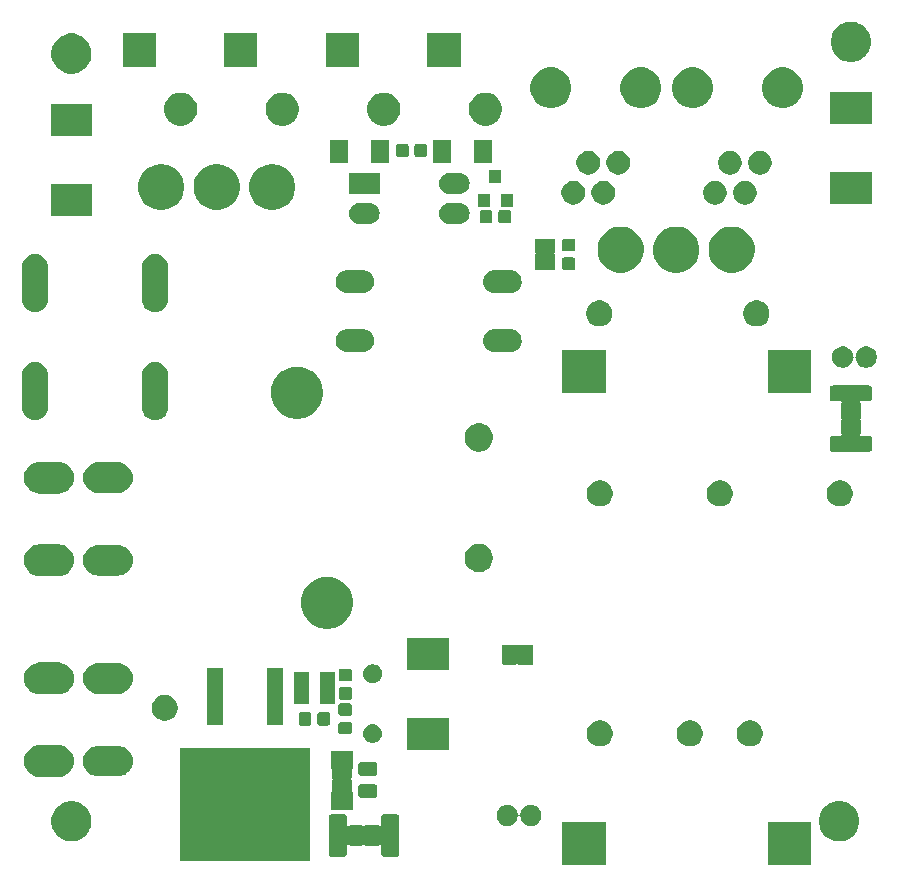
<source format=gts>
G04 #@! TF.GenerationSoftware,KiCad,Pcbnew,(5.0.2)-1*
G04 #@! TF.CreationDate,2019-05-12T17:58:37+02:00*
G04 #@! TF.ProjectId,SystemSupply,53797374-656d-4537-9570-706c792e6b69,rev?*
G04 #@! TF.SameCoordinates,Original*
G04 #@! TF.FileFunction,Soldermask,Top*
G04 #@! TF.FilePolarity,Negative*
%FSLAX46Y46*%
G04 Gerber Fmt 4.6, Leading zero omitted, Abs format (unit mm)*
G04 Created by KiCad (PCBNEW (5.0.2)-1) date 12.05.2019 17:58:37*
%MOMM*%
%LPD*%
G01*
G04 APERTURE LIST*
%ADD10C,0.100000*%
G04 APERTURE END LIST*
D10*
G36*
X127625000Y-163725000D02*
X123975000Y-163725000D01*
X123975000Y-160075000D01*
X127625000Y-160075000D01*
X127625000Y-163725000D01*
X127625000Y-163725000D01*
G37*
G36*
X110225000Y-163725000D02*
X106575000Y-163725000D01*
X106575000Y-160075000D01*
X110225000Y-160075000D01*
X110225000Y-163725000D01*
X110225000Y-163725000D01*
G37*
G36*
X85200000Y-163400000D02*
X74200000Y-163400000D01*
X74200000Y-153800000D01*
X85200000Y-153800000D01*
X85200000Y-163400000D01*
X85200000Y-163400000D01*
G37*
G36*
X88117250Y-159404834D02*
X88159733Y-159417721D01*
X88198879Y-159438645D01*
X88233193Y-159466807D01*
X88261355Y-159501121D01*
X88282279Y-159540267D01*
X88295166Y-159582750D01*
X88300000Y-159631831D01*
X88300000Y-160353130D01*
X88301921Y-160372639D01*
X88307612Y-160391398D01*
X88316853Y-160408687D01*
X88329289Y-160423841D01*
X88344443Y-160436277D01*
X88361732Y-160445518D01*
X88380491Y-160451209D01*
X88400000Y-160453130D01*
X88419509Y-160451209D01*
X88438268Y-160445518D01*
X88455557Y-160436277D01*
X88470711Y-160423841D01*
X88483147Y-160408687D01*
X88488192Y-160400269D01*
X88491450Y-160394174D01*
X88503947Y-160378947D01*
X88519170Y-160366453D01*
X88522407Y-160364723D01*
X88536546Y-160357165D01*
X88536675Y-160357126D01*
X88549849Y-160353130D01*
X88555397Y-160351447D01*
X88560919Y-160350903D01*
X88579910Y-160349032D01*
X89570090Y-160349032D01*
X89589081Y-160350903D01*
X89594603Y-160351447D01*
X89600151Y-160353130D01*
X89613326Y-160357126D01*
X89613454Y-160357165D01*
X89627593Y-160364723D01*
X89630830Y-160366453D01*
X89646034Y-160378930D01*
X89646038Y-160378934D01*
X89646053Y-160378947D01*
X89647700Y-160380956D01*
X89661523Y-160394793D01*
X89677817Y-160405692D01*
X89695924Y-160413203D01*
X89715149Y-160417038D01*
X89734752Y-160417047D01*
X89753981Y-160413233D01*
X89772096Y-160405740D01*
X89788401Y-160394857D01*
X89802235Y-160381045D01*
X89804021Y-160378873D01*
X89811634Y-160372639D01*
X89819262Y-160366392D01*
X89836640Y-160357126D01*
X89840040Y-160356099D01*
X89855500Y-160351426D01*
X89855505Y-160351426D01*
X89855523Y-160351420D01*
X89879892Y-160349032D01*
X91020090Y-160349032D01*
X91039081Y-160350903D01*
X91044603Y-160351447D01*
X91050151Y-160353130D01*
X91063326Y-160357126D01*
X91063454Y-160357165D01*
X91077593Y-160364723D01*
X91080830Y-160366453D01*
X91086562Y-160371157D01*
X91102862Y-160382048D01*
X91120973Y-160389550D01*
X91140200Y-160393374D01*
X91159804Y-160393373D01*
X91179030Y-160389548D01*
X91197141Y-160382046D01*
X91213441Y-160371155D01*
X91227302Y-160357293D01*
X91238193Y-160340993D01*
X91245695Y-160322882D01*
X91250000Y-160293855D01*
X91250000Y-159631831D01*
X91254834Y-159582750D01*
X91267721Y-159540267D01*
X91288645Y-159501121D01*
X91316807Y-159466807D01*
X91351121Y-159438645D01*
X91390267Y-159417721D01*
X91432750Y-159404834D01*
X91481831Y-159400000D01*
X92518169Y-159400000D01*
X92567250Y-159404834D01*
X92609733Y-159417721D01*
X92648879Y-159438645D01*
X92683193Y-159466807D01*
X92711355Y-159501121D01*
X92732279Y-159540267D01*
X92745166Y-159582750D01*
X92750000Y-159631831D01*
X92750000Y-162768169D01*
X92745166Y-162817250D01*
X92732279Y-162859733D01*
X92711355Y-162898879D01*
X92683193Y-162933193D01*
X92648879Y-162961355D01*
X92609733Y-162982279D01*
X92567250Y-162995166D01*
X92518169Y-163000000D01*
X91481831Y-163000000D01*
X91432750Y-162995166D01*
X91390267Y-162982279D01*
X91351121Y-162961355D01*
X91316807Y-162933193D01*
X91288645Y-162898879D01*
X91267721Y-162859733D01*
X91254834Y-162817250D01*
X91250000Y-162768169D01*
X91250000Y-162106145D01*
X91248079Y-162086636D01*
X91242388Y-162067877D01*
X91233147Y-162050588D01*
X91220711Y-162035434D01*
X91205557Y-162022998D01*
X91188268Y-162013757D01*
X91169509Y-162008066D01*
X91150000Y-162006145D01*
X91130491Y-162008066D01*
X91111732Y-162013757D01*
X91086562Y-162028843D01*
X91080830Y-162033547D01*
X91080826Y-162033549D01*
X91063454Y-162042835D01*
X91044603Y-162048553D01*
X91039081Y-162049097D01*
X91020090Y-162050968D01*
X89879910Y-162050968D01*
X89860919Y-162049097D01*
X89855397Y-162048553D01*
X89836546Y-162042835D01*
X89819174Y-162033549D01*
X89819170Y-162033547D01*
X89803948Y-162021054D01*
X89802307Y-162019055D01*
X89788445Y-162005193D01*
X89772146Y-161994301D01*
X89754035Y-161986799D01*
X89734808Y-161982975D01*
X89715204Y-161982974D01*
X89695978Y-161986799D01*
X89677866Y-161994300D01*
X89661567Y-162005191D01*
X89647642Y-162019129D01*
X89646127Y-162020979D01*
X89630913Y-162033491D01*
X89613551Y-162042795D01*
X89594707Y-162048533D01*
X89575000Y-162050484D01*
X89574950Y-162050484D01*
X89570063Y-162050968D01*
X88579910Y-162050968D01*
X88560919Y-162049097D01*
X88555397Y-162048553D01*
X88536546Y-162042835D01*
X88519174Y-162033549D01*
X88519170Y-162033547D01*
X88503947Y-162021053D01*
X88491450Y-162005826D01*
X88488192Y-161999731D01*
X88477302Y-161983431D01*
X88463440Y-161969569D01*
X88447140Y-161958678D01*
X88429029Y-161951176D01*
X88409802Y-161947352D01*
X88390199Y-161947351D01*
X88370972Y-161951176D01*
X88352861Y-161958678D01*
X88336561Y-161969568D01*
X88322699Y-161983430D01*
X88311808Y-161999730D01*
X88304306Y-162017841D01*
X88300482Y-162037068D01*
X88300000Y-162046870D01*
X88300000Y-162768169D01*
X88295166Y-162817250D01*
X88282279Y-162859733D01*
X88261355Y-162898879D01*
X88233193Y-162933193D01*
X88198879Y-162961355D01*
X88159733Y-162982279D01*
X88117250Y-162995166D01*
X88068169Y-163000000D01*
X87031831Y-163000000D01*
X86982750Y-162995166D01*
X86940267Y-162982279D01*
X86901121Y-162961355D01*
X86866807Y-162933193D01*
X86838645Y-162898879D01*
X86817721Y-162859733D01*
X86804834Y-162817250D01*
X86800000Y-162768169D01*
X86800000Y-159631831D01*
X86804834Y-159582750D01*
X86817721Y-159540267D01*
X86838645Y-159501121D01*
X86866807Y-159466807D01*
X86901121Y-159438645D01*
X86940267Y-159417721D01*
X86982750Y-159404834D01*
X87031831Y-159400000D01*
X88068169Y-159400000D01*
X88117250Y-159404834D01*
X88117250Y-159404834D01*
G37*
G36*
X130495872Y-158365330D02*
X130495874Y-158365331D01*
X130495875Y-158365331D01*
X130556284Y-158390353D01*
X130805252Y-158493479D01*
X131083687Y-158679523D01*
X131320477Y-158916313D01*
X131506521Y-159194748D01*
X131596244Y-159411360D01*
X131633425Y-159501121D01*
X131634670Y-159504128D01*
X131700000Y-159832565D01*
X131700000Y-160167435D01*
X131639916Y-160469500D01*
X131634669Y-160495875D01*
X131609647Y-160556284D01*
X131506521Y-160805252D01*
X131320477Y-161083687D01*
X131083687Y-161320477D01*
X130805252Y-161506521D01*
X130556284Y-161609647D01*
X130495875Y-161634669D01*
X130495874Y-161634669D01*
X130495872Y-161634670D01*
X130167435Y-161700000D01*
X129832565Y-161700000D01*
X129504128Y-161634670D01*
X129504126Y-161634669D01*
X129504125Y-161634669D01*
X129443716Y-161609647D01*
X129194748Y-161506521D01*
X128916313Y-161320477D01*
X128679523Y-161083687D01*
X128493479Y-160805252D01*
X128390353Y-160556284D01*
X128365331Y-160495875D01*
X128360085Y-160469500D01*
X128300000Y-160167435D01*
X128300000Y-159832565D01*
X128365330Y-159504128D01*
X128366576Y-159501121D01*
X128403756Y-159411360D01*
X128493479Y-159194748D01*
X128679523Y-158916313D01*
X128916313Y-158679523D01*
X129194748Y-158493479D01*
X129443716Y-158390353D01*
X129504125Y-158365331D01*
X129504126Y-158365331D01*
X129504128Y-158365330D01*
X129832565Y-158300000D01*
X130167435Y-158300000D01*
X130495872Y-158365330D01*
X130495872Y-158365330D01*
G37*
G36*
X65495872Y-158365330D02*
X65495874Y-158365331D01*
X65495875Y-158365331D01*
X65556284Y-158390353D01*
X65805252Y-158493479D01*
X66083687Y-158679523D01*
X66320477Y-158916313D01*
X66506521Y-159194748D01*
X66596244Y-159411360D01*
X66633425Y-159501121D01*
X66634670Y-159504128D01*
X66700000Y-159832565D01*
X66700000Y-160167435D01*
X66639916Y-160469500D01*
X66634669Y-160495875D01*
X66609647Y-160556284D01*
X66506521Y-160805252D01*
X66320477Y-161083687D01*
X66083687Y-161320477D01*
X65805252Y-161506521D01*
X65556284Y-161609647D01*
X65495875Y-161634669D01*
X65495874Y-161634669D01*
X65495872Y-161634670D01*
X65167435Y-161700000D01*
X64832565Y-161700000D01*
X64504128Y-161634670D01*
X64504126Y-161634669D01*
X64504125Y-161634669D01*
X64443716Y-161609647D01*
X64194748Y-161506521D01*
X63916313Y-161320477D01*
X63679523Y-161083687D01*
X63493479Y-160805252D01*
X63390353Y-160556284D01*
X63365331Y-160495875D01*
X63360085Y-160469500D01*
X63300000Y-160167435D01*
X63300000Y-159832565D01*
X63365330Y-159504128D01*
X63366576Y-159501121D01*
X63403756Y-159411360D01*
X63493479Y-159194748D01*
X63679523Y-158916313D01*
X63916313Y-158679523D01*
X64194748Y-158493479D01*
X64443716Y-158390353D01*
X64504125Y-158365331D01*
X64504126Y-158365331D01*
X64504128Y-158365330D01*
X64832565Y-158300000D01*
X65167435Y-158300000D01*
X65495872Y-158365330D01*
X65495872Y-158365330D01*
G37*
G36*
X102162520Y-158634586D02*
X102162522Y-158634587D01*
X102162523Y-158634587D01*
X102271008Y-158679523D01*
X102326310Y-158702430D01*
X102473717Y-158800924D01*
X102599076Y-158926283D01*
X102697570Y-159073690D01*
X102765414Y-159237480D01*
X102797741Y-159400000D01*
X102801921Y-159421018D01*
X102807612Y-159439777D01*
X102816853Y-159457066D01*
X102829289Y-159472220D01*
X102844443Y-159484656D01*
X102861731Y-159493897D01*
X102880491Y-159499587D01*
X102884679Y-159500000D01*
X102880491Y-159500412D01*
X102861732Y-159506103D01*
X102844443Y-159515344D01*
X102829289Y-159527780D01*
X102816853Y-159542934D01*
X102807612Y-159560222D01*
X102801921Y-159578982D01*
X102800000Y-159588640D01*
X102800000Y-159588642D01*
X102765414Y-159762520D01*
X102765413Y-159762523D01*
X102736400Y-159832567D01*
X102697570Y-159926310D01*
X102599076Y-160073717D01*
X102473717Y-160199076D01*
X102331870Y-160293855D01*
X102326310Y-160297570D01*
X102162523Y-160365413D01*
X102162522Y-160365413D01*
X102162520Y-160365414D01*
X101988642Y-160400000D01*
X101811358Y-160400000D01*
X101637480Y-160365414D01*
X101637478Y-160365413D01*
X101637477Y-160365413D01*
X101473690Y-160297570D01*
X101468130Y-160293855D01*
X101326283Y-160199076D01*
X101200924Y-160073717D01*
X101102430Y-159926310D01*
X101063600Y-159832567D01*
X101034587Y-159762523D01*
X101019856Y-159688462D01*
X101000000Y-159588642D01*
X101000000Y-159411358D01*
X101034586Y-159237480D01*
X101102430Y-159073690D01*
X101200924Y-158926283D01*
X101326283Y-158800924D01*
X101473690Y-158702430D01*
X101528992Y-158679523D01*
X101637477Y-158634587D01*
X101637478Y-158634587D01*
X101637480Y-158634586D01*
X101811358Y-158600000D01*
X101988642Y-158600000D01*
X102162520Y-158634586D01*
X102162520Y-158634586D01*
G37*
G36*
X104162520Y-158634586D02*
X104162522Y-158634587D01*
X104162523Y-158634587D01*
X104271008Y-158679523D01*
X104326310Y-158702430D01*
X104473717Y-158800924D01*
X104599076Y-158926283D01*
X104697570Y-159073690D01*
X104765414Y-159237480D01*
X104800000Y-159411358D01*
X104800000Y-159588642D01*
X104780145Y-159688462D01*
X104765413Y-159762523D01*
X104736400Y-159832567D01*
X104697570Y-159926310D01*
X104599076Y-160073717D01*
X104473717Y-160199076D01*
X104331870Y-160293855D01*
X104326310Y-160297570D01*
X104162523Y-160365413D01*
X104162522Y-160365413D01*
X104162520Y-160365414D01*
X103988642Y-160400000D01*
X103811358Y-160400000D01*
X103637480Y-160365414D01*
X103637478Y-160365413D01*
X103637477Y-160365413D01*
X103473690Y-160297570D01*
X103468130Y-160293855D01*
X103326283Y-160199076D01*
X103200924Y-160073717D01*
X103102430Y-159926310D01*
X103063600Y-159832567D01*
X103034587Y-159762523D01*
X103034586Y-159762520D01*
X103000000Y-159588642D01*
X103000000Y-159588640D01*
X102998079Y-159578982D01*
X102992388Y-159560223D01*
X102983147Y-159542934D01*
X102970711Y-159527780D01*
X102955557Y-159515344D01*
X102938269Y-159506103D01*
X102919509Y-159500413D01*
X102915321Y-159500000D01*
X102919509Y-159499588D01*
X102938268Y-159493897D01*
X102955557Y-159484656D01*
X102970711Y-159472220D01*
X102983147Y-159457066D01*
X102992388Y-159439778D01*
X102998079Y-159421018D01*
X103002260Y-159400000D01*
X103034586Y-159237480D01*
X103102430Y-159073690D01*
X103200924Y-158926283D01*
X103326283Y-158800924D01*
X103473690Y-158702430D01*
X103528992Y-158679523D01*
X103637477Y-158634587D01*
X103637478Y-158634587D01*
X103637480Y-158634586D01*
X103811358Y-158600000D01*
X103988642Y-158600000D01*
X104162520Y-158634586D01*
X104162520Y-158634586D01*
G37*
G36*
X88850000Y-155550095D02*
X88831459Y-155551921D01*
X88812700Y-155557612D01*
X88795411Y-155566853D01*
X88780257Y-155579289D01*
X88767821Y-155594443D01*
X88758580Y-155611732D01*
X88752889Y-155630491D01*
X88750968Y-155650000D01*
X88750968Y-156270090D01*
X88750484Y-156275000D01*
X88748553Y-156294603D01*
X88742835Y-156313454D01*
X88742783Y-156313551D01*
X88733547Y-156330830D01*
X88721070Y-156346034D01*
X88721066Y-156346038D01*
X88721053Y-156346053D01*
X88719044Y-156347700D01*
X88705207Y-156361523D01*
X88694308Y-156377817D01*
X88686797Y-156395924D01*
X88682962Y-156415149D01*
X88682953Y-156434752D01*
X88686767Y-156453981D01*
X88694260Y-156472096D01*
X88705143Y-156488401D01*
X88718955Y-156502235D01*
X88721129Y-156504023D01*
X88733608Y-156519262D01*
X88742874Y-156536640D01*
X88742875Y-156536644D01*
X88748574Y-156555500D01*
X88748574Y-156555505D01*
X88748580Y-156555523D01*
X88750968Y-156579892D01*
X88750968Y-157450000D01*
X88752889Y-157469509D01*
X88758580Y-157488268D01*
X88767821Y-157505557D01*
X88780257Y-157520711D01*
X88795411Y-157533147D01*
X88812700Y-157542388D01*
X88831459Y-157548079D01*
X88850000Y-157549905D01*
X88850000Y-159050000D01*
X86950000Y-159050000D01*
X86950000Y-157549905D01*
X86968541Y-157548079D01*
X86987300Y-157542388D01*
X87004589Y-157533147D01*
X87019743Y-157520711D01*
X87032179Y-157505557D01*
X87041420Y-157488268D01*
X87047111Y-157469509D01*
X87049032Y-157450000D01*
X87049032Y-156579910D01*
X87051447Y-156555398D01*
X87057164Y-156536549D01*
X87057165Y-156536546D01*
X87066451Y-156519174D01*
X87066453Y-156519170D01*
X87078946Y-156503948D01*
X87080945Y-156502307D01*
X87094807Y-156488445D01*
X87105699Y-156472146D01*
X87113201Y-156454035D01*
X87117025Y-156434808D01*
X87117026Y-156415204D01*
X87113201Y-156395978D01*
X87105700Y-156377866D01*
X87094809Y-156361567D01*
X87080869Y-156347640D01*
X87079021Y-156346127D01*
X87066509Y-156330913D01*
X87057205Y-156313551D01*
X87051467Y-156294707D01*
X87049516Y-156275000D01*
X87049516Y-156274950D01*
X87049032Y-156270063D01*
X87049032Y-155650000D01*
X87047111Y-155630491D01*
X87041420Y-155611732D01*
X87032179Y-155594443D01*
X87019743Y-155579289D01*
X87004589Y-155566853D01*
X86987300Y-155557612D01*
X86968541Y-155551921D01*
X86950000Y-155550095D01*
X86950000Y-154050000D01*
X88850000Y-154050000D01*
X88850000Y-155550095D01*
X88850000Y-155550095D01*
G37*
G36*
X90703708Y-156855158D02*
X90749343Y-156869001D01*
X90791402Y-156891482D01*
X90828265Y-156921735D01*
X90858518Y-156958598D01*
X90880999Y-157000657D01*
X90894842Y-157046292D01*
X90900000Y-157098658D01*
X90900000Y-157776342D01*
X90894842Y-157828708D01*
X90880999Y-157874343D01*
X90858518Y-157916402D01*
X90828265Y-157953265D01*
X90791402Y-157983518D01*
X90749343Y-158005999D01*
X90703708Y-158019842D01*
X90651342Y-158025000D01*
X89548658Y-158025000D01*
X89496292Y-158019842D01*
X89450657Y-158005999D01*
X89408598Y-157983518D01*
X89371735Y-157953265D01*
X89341482Y-157916402D01*
X89319001Y-157874343D01*
X89305158Y-157828708D01*
X89300000Y-157776342D01*
X89300000Y-157098658D01*
X89305158Y-157046292D01*
X89319001Y-157000657D01*
X89341482Y-156958598D01*
X89371735Y-156921735D01*
X89408598Y-156891482D01*
X89450657Y-156869001D01*
X89496292Y-156855158D01*
X89548658Y-156850000D01*
X90651342Y-156850000D01*
X90703708Y-156855158D01*
X90703708Y-156855158D01*
G37*
G36*
X64114646Y-153569533D02*
X64369122Y-153646728D01*
X64603649Y-153772085D01*
X64809213Y-153940787D01*
X64977915Y-154146351D01*
X65103272Y-154380878D01*
X65180467Y-154635354D01*
X65206532Y-154900000D01*
X65180467Y-155164646D01*
X65103272Y-155419122D01*
X64977915Y-155653649D01*
X64809213Y-155859213D01*
X64603649Y-156027915D01*
X64369122Y-156153272D01*
X64114646Y-156230467D01*
X63916321Y-156250000D01*
X62283679Y-156250000D01*
X62085354Y-156230467D01*
X61830878Y-156153272D01*
X61596351Y-156027915D01*
X61390787Y-155859213D01*
X61222085Y-155653649D01*
X61096728Y-155419122D01*
X61019533Y-155164646D01*
X60993468Y-154900000D01*
X61019533Y-154635354D01*
X61096728Y-154380878D01*
X61222085Y-154146351D01*
X61390787Y-153940787D01*
X61596351Y-153772085D01*
X61830878Y-153646728D01*
X62085354Y-153569533D01*
X62283679Y-153550000D01*
X63916321Y-153550000D01*
X64114646Y-153569533D01*
X64114646Y-153569533D01*
G37*
G36*
X69100279Y-153613436D02*
X69154845Y-153618810D01*
X69399896Y-153693145D01*
X69482267Y-153737173D01*
X69625734Y-153813858D01*
X69625736Y-153813860D01*
X69823687Y-153976313D01*
X69959406Y-154141689D01*
X69986142Y-154174266D01*
X70062827Y-154317733D01*
X70106855Y-154400104D01*
X70181190Y-154645155D01*
X70181190Y-154645157D01*
X70206291Y-154900000D01*
X70188207Y-155083598D01*
X70181190Y-155154845D01*
X70106855Y-155399896D01*
X70062827Y-155482267D01*
X69986142Y-155625734D01*
X69986140Y-155625736D01*
X69823687Y-155823687D01*
X69665255Y-155953708D01*
X69625734Y-155986142D01*
X69522349Y-156041402D01*
X69399896Y-156106855D01*
X69154845Y-156181190D01*
X69100279Y-156186564D01*
X68963869Y-156200000D01*
X67236131Y-156200000D01*
X67099721Y-156186564D01*
X67045155Y-156181190D01*
X66800104Y-156106855D01*
X66677651Y-156041402D01*
X66574266Y-155986142D01*
X66534745Y-155953708D01*
X66376313Y-155823687D01*
X66213860Y-155625736D01*
X66213858Y-155625734D01*
X66137173Y-155482267D01*
X66093145Y-155399896D01*
X66018810Y-155154845D01*
X66011793Y-155083598D01*
X65993709Y-154900000D01*
X66018810Y-154645157D01*
X66018810Y-154645155D01*
X66093145Y-154400104D01*
X66137173Y-154317733D01*
X66213858Y-154174266D01*
X66240594Y-154141689D01*
X66376313Y-153976313D01*
X66574264Y-153813860D01*
X66574266Y-153813858D01*
X66717733Y-153737173D01*
X66800104Y-153693145D01*
X67045155Y-153618810D01*
X67099721Y-153613436D01*
X67236131Y-153600000D01*
X68963869Y-153600000D01*
X69100279Y-153613436D01*
X69100279Y-153613436D01*
G37*
G36*
X90703708Y-154980158D02*
X90749343Y-154994001D01*
X90791402Y-155016482D01*
X90828265Y-155046735D01*
X90858518Y-155083598D01*
X90880999Y-155125657D01*
X90894842Y-155171292D01*
X90900000Y-155223658D01*
X90900000Y-155901342D01*
X90894842Y-155953708D01*
X90880999Y-155999343D01*
X90858518Y-156041402D01*
X90828265Y-156078265D01*
X90791402Y-156108518D01*
X90749343Y-156130999D01*
X90703708Y-156144842D01*
X90651342Y-156150000D01*
X89548658Y-156150000D01*
X89496292Y-156144842D01*
X89450657Y-156130999D01*
X89408598Y-156108518D01*
X89371735Y-156078265D01*
X89341482Y-156041402D01*
X89319001Y-155999343D01*
X89305158Y-155953708D01*
X89300000Y-155901342D01*
X89300000Y-155223658D01*
X89305158Y-155171292D01*
X89319001Y-155125657D01*
X89341482Y-155083598D01*
X89371735Y-155046735D01*
X89408598Y-155016482D01*
X89450657Y-154994001D01*
X89496292Y-154980158D01*
X89548658Y-154975000D01*
X90651342Y-154975000D01*
X90703708Y-154980158D01*
X90703708Y-154980158D01*
G37*
G36*
X96950000Y-153950000D02*
X93450000Y-153950000D01*
X93450000Y-151250000D01*
X96950000Y-151250000D01*
X96950000Y-153950000D01*
X96950000Y-153950000D01*
G37*
G36*
X110060856Y-151502272D02*
X110261045Y-151585193D01*
X110441207Y-151705573D01*
X110594427Y-151858793D01*
X110714807Y-152038955D01*
X110797728Y-152239144D01*
X110840000Y-152451657D01*
X110840000Y-152668343D01*
X110797728Y-152880856D01*
X110714807Y-153081045D01*
X110594427Y-153261207D01*
X110441207Y-153414427D01*
X110261045Y-153534807D01*
X110060856Y-153617728D01*
X109848343Y-153660000D01*
X109631657Y-153660000D01*
X109419144Y-153617728D01*
X109218955Y-153534807D01*
X109038793Y-153414427D01*
X108885573Y-153261207D01*
X108765193Y-153081045D01*
X108682272Y-152880856D01*
X108640000Y-152668343D01*
X108640000Y-152451657D01*
X108682272Y-152239144D01*
X108765193Y-152038955D01*
X108885573Y-151858793D01*
X109038793Y-151705573D01*
X109218955Y-151585193D01*
X109419144Y-151502272D01*
X109631657Y-151460000D01*
X109848343Y-151460000D01*
X110060856Y-151502272D01*
X110060856Y-151502272D01*
G37*
G36*
X117680856Y-151502272D02*
X117881045Y-151585193D01*
X118061207Y-151705573D01*
X118214427Y-151858793D01*
X118334807Y-152038955D01*
X118417728Y-152239144D01*
X118460000Y-152451657D01*
X118460000Y-152668343D01*
X118417728Y-152880856D01*
X118334807Y-153081045D01*
X118214427Y-153261207D01*
X118061207Y-153414427D01*
X117881045Y-153534807D01*
X117680856Y-153617728D01*
X117468343Y-153660000D01*
X117251657Y-153660000D01*
X117039144Y-153617728D01*
X116838955Y-153534807D01*
X116658793Y-153414427D01*
X116505573Y-153261207D01*
X116385193Y-153081045D01*
X116302272Y-152880856D01*
X116260000Y-152668343D01*
X116260000Y-152451657D01*
X116302272Y-152239144D01*
X116385193Y-152038955D01*
X116505573Y-151858793D01*
X116658793Y-151705573D01*
X116838955Y-151585193D01*
X117039144Y-151502272D01*
X117251657Y-151460000D01*
X117468343Y-151460000D01*
X117680856Y-151502272D01*
X117680856Y-151502272D01*
G37*
G36*
X122760856Y-151502272D02*
X122961045Y-151585193D01*
X123141207Y-151705573D01*
X123294427Y-151858793D01*
X123414807Y-152038955D01*
X123497728Y-152239144D01*
X123540000Y-152451657D01*
X123540000Y-152668343D01*
X123497728Y-152880856D01*
X123414807Y-153081045D01*
X123294427Y-153261207D01*
X123141207Y-153414427D01*
X122961045Y-153534807D01*
X122760856Y-153617728D01*
X122548343Y-153660000D01*
X122331657Y-153660000D01*
X122119144Y-153617728D01*
X121918955Y-153534807D01*
X121738793Y-153414427D01*
X121585573Y-153261207D01*
X121465193Y-153081045D01*
X121382272Y-152880856D01*
X121340000Y-152668343D01*
X121340000Y-152451657D01*
X121382272Y-152239144D01*
X121465193Y-152038955D01*
X121585573Y-151858793D01*
X121738793Y-151705573D01*
X121918955Y-151585193D01*
X122119144Y-151502272D01*
X122331657Y-151460000D01*
X122548343Y-151460000D01*
X122760856Y-151502272D01*
X122760856Y-151502272D01*
G37*
G36*
X90656825Y-151791575D02*
X90807628Y-151837321D01*
X90946608Y-151911607D01*
X91068422Y-152011578D01*
X91168393Y-152133392D01*
X91242679Y-152272372D01*
X91288425Y-152423175D01*
X91303871Y-152580000D01*
X91288425Y-152736825D01*
X91242679Y-152887628D01*
X91168393Y-153026608D01*
X91068422Y-153148422D01*
X90946608Y-153248393D01*
X90807628Y-153322679D01*
X90656825Y-153368425D01*
X90539299Y-153380000D01*
X90460701Y-153380000D01*
X90343175Y-153368425D01*
X90192372Y-153322679D01*
X90053392Y-153248393D01*
X89931578Y-153148422D01*
X89831607Y-153026608D01*
X89757321Y-152887628D01*
X89711575Y-152736825D01*
X89696129Y-152580000D01*
X89711575Y-152423175D01*
X89757321Y-152272372D01*
X89831607Y-152133392D01*
X89931578Y-152011578D01*
X90053392Y-151911607D01*
X90192372Y-151837321D01*
X90343175Y-151791575D01*
X90460701Y-151780000D01*
X90539299Y-151780000D01*
X90656825Y-151791575D01*
X90656825Y-151791575D01*
G37*
G36*
X88578312Y-151577553D02*
X88619258Y-151589974D01*
X88656992Y-151610143D01*
X88690069Y-151637289D01*
X88717215Y-151670366D01*
X88737384Y-151708100D01*
X88749805Y-151749046D01*
X88754482Y-151796534D01*
X88754482Y-152424218D01*
X88749805Y-152471706D01*
X88737384Y-152512652D01*
X88717215Y-152550386D01*
X88690069Y-152583463D01*
X88656992Y-152610609D01*
X88619258Y-152630778D01*
X88578312Y-152643199D01*
X88530824Y-152647876D01*
X87828140Y-152647876D01*
X87780652Y-152643199D01*
X87739706Y-152630778D01*
X87701972Y-152610609D01*
X87668895Y-152583463D01*
X87641749Y-152550386D01*
X87621580Y-152512652D01*
X87609159Y-152471706D01*
X87604482Y-152424218D01*
X87604482Y-151796534D01*
X87609159Y-151749046D01*
X87621580Y-151708100D01*
X87641749Y-151670366D01*
X87668895Y-151637289D01*
X87701972Y-151610143D01*
X87739706Y-151589974D01*
X87780652Y-151577553D01*
X87828140Y-151572876D01*
X88530824Y-151572876D01*
X88578312Y-151577553D01*
X88578312Y-151577553D01*
G37*
G36*
X85153312Y-150752553D02*
X85194258Y-150764974D01*
X85231992Y-150785143D01*
X85265069Y-150812289D01*
X85292215Y-150845366D01*
X85312384Y-150883100D01*
X85324805Y-150924046D01*
X85329482Y-150971534D01*
X85329482Y-151674218D01*
X85324805Y-151721706D01*
X85312384Y-151762652D01*
X85292215Y-151800386D01*
X85265069Y-151833463D01*
X85231992Y-151860609D01*
X85194258Y-151880778D01*
X85153312Y-151893199D01*
X85105824Y-151897876D01*
X84478140Y-151897876D01*
X84430652Y-151893199D01*
X84389706Y-151880778D01*
X84351972Y-151860609D01*
X84318895Y-151833463D01*
X84291749Y-151800386D01*
X84271580Y-151762652D01*
X84259159Y-151721706D01*
X84254482Y-151674218D01*
X84254482Y-150971534D01*
X84259159Y-150924046D01*
X84271580Y-150883100D01*
X84291749Y-150845366D01*
X84318895Y-150812289D01*
X84351972Y-150785143D01*
X84389706Y-150764974D01*
X84430652Y-150752553D01*
X84478140Y-150747876D01*
X85105824Y-150747876D01*
X85153312Y-150752553D01*
X85153312Y-150752553D01*
G37*
G36*
X86728312Y-150752553D02*
X86769258Y-150764974D01*
X86806992Y-150785143D01*
X86840069Y-150812289D01*
X86867215Y-150845366D01*
X86887384Y-150883100D01*
X86899805Y-150924046D01*
X86904482Y-150971534D01*
X86904482Y-151674218D01*
X86899805Y-151721706D01*
X86887384Y-151762652D01*
X86867215Y-151800386D01*
X86840069Y-151833463D01*
X86806992Y-151860609D01*
X86769258Y-151880778D01*
X86728312Y-151893199D01*
X86680824Y-151897876D01*
X86053140Y-151897876D01*
X86005652Y-151893199D01*
X85964706Y-151880778D01*
X85926972Y-151860609D01*
X85893895Y-151833463D01*
X85866749Y-151800386D01*
X85846580Y-151762652D01*
X85834159Y-151721706D01*
X85829482Y-151674218D01*
X85829482Y-150971534D01*
X85834159Y-150924046D01*
X85846580Y-150883100D01*
X85866749Y-150845366D01*
X85893895Y-150812289D01*
X85926972Y-150785143D01*
X85964706Y-150764974D01*
X86005652Y-150752553D01*
X86053140Y-150747876D01*
X86680824Y-150747876D01*
X86728312Y-150752553D01*
X86728312Y-150752553D01*
G37*
G36*
X82890000Y-151850000D02*
X81590000Y-151850000D01*
X81590000Y-147050000D01*
X82890000Y-147050000D01*
X82890000Y-151850000D01*
X82890000Y-151850000D01*
G37*
G36*
X77810000Y-151850000D02*
X76510000Y-151850000D01*
X76510000Y-147050000D01*
X77810000Y-147050000D01*
X77810000Y-151850000D01*
X77810000Y-151850000D01*
G37*
G36*
X73220856Y-149342272D02*
X73421045Y-149425193D01*
X73601207Y-149545573D01*
X73754427Y-149698793D01*
X73874807Y-149878955D01*
X73957728Y-150079144D01*
X74000000Y-150291657D01*
X74000000Y-150508343D01*
X73957728Y-150720856D01*
X73874807Y-150921045D01*
X73754427Y-151101207D01*
X73601207Y-151254427D01*
X73421045Y-151374807D01*
X73220856Y-151457728D01*
X73008343Y-151500000D01*
X72791657Y-151500000D01*
X72579144Y-151457728D01*
X72378955Y-151374807D01*
X72198793Y-151254427D01*
X72045573Y-151101207D01*
X71925193Y-150921045D01*
X71842272Y-150720856D01*
X71800000Y-150508343D01*
X71800000Y-150291657D01*
X71842272Y-150079144D01*
X71925193Y-149878955D01*
X72045573Y-149698793D01*
X72198793Y-149545573D01*
X72378955Y-149425193D01*
X72579144Y-149342272D01*
X72791657Y-149300000D01*
X73008343Y-149300000D01*
X73220856Y-149342272D01*
X73220856Y-149342272D01*
G37*
G36*
X88578312Y-150002553D02*
X88619258Y-150014974D01*
X88656992Y-150035143D01*
X88690069Y-150062289D01*
X88717215Y-150095366D01*
X88737384Y-150133100D01*
X88749805Y-150174046D01*
X88754482Y-150221534D01*
X88754482Y-150849218D01*
X88749805Y-150896706D01*
X88737384Y-150937652D01*
X88717215Y-150975386D01*
X88690069Y-151008463D01*
X88656992Y-151035609D01*
X88619258Y-151055778D01*
X88578312Y-151068199D01*
X88530824Y-151072876D01*
X87828140Y-151072876D01*
X87780652Y-151068199D01*
X87739706Y-151055778D01*
X87701972Y-151035609D01*
X87668895Y-151008463D01*
X87641749Y-150975386D01*
X87621580Y-150937652D01*
X87609159Y-150896706D01*
X87604482Y-150849218D01*
X87604482Y-150221534D01*
X87609159Y-150174046D01*
X87621580Y-150133100D01*
X87641749Y-150095366D01*
X87668895Y-150062289D01*
X87701972Y-150035143D01*
X87739706Y-150014974D01*
X87780652Y-150002553D01*
X87828140Y-149997876D01*
X88530824Y-149997876D01*
X88578312Y-150002553D01*
X88578312Y-150002553D01*
G37*
G36*
X87309482Y-150097876D02*
X86049482Y-150097876D01*
X86049482Y-147347876D01*
X87309482Y-147347876D01*
X87309482Y-150097876D01*
X87309482Y-150097876D01*
G37*
G36*
X85109482Y-150097876D02*
X83849482Y-150097876D01*
X83849482Y-147347876D01*
X85109482Y-147347876D01*
X85109482Y-150097876D01*
X85109482Y-150097876D01*
G37*
G36*
X88598830Y-148654677D02*
X88639776Y-148667098D01*
X88677510Y-148687267D01*
X88710587Y-148714413D01*
X88737733Y-148747490D01*
X88757902Y-148785224D01*
X88770323Y-148826170D01*
X88775000Y-148873658D01*
X88775000Y-149501342D01*
X88770323Y-149548830D01*
X88757902Y-149589776D01*
X88737733Y-149627510D01*
X88710587Y-149660587D01*
X88677510Y-149687733D01*
X88639776Y-149707902D01*
X88598830Y-149720323D01*
X88551342Y-149725000D01*
X87848658Y-149725000D01*
X87801170Y-149720323D01*
X87760224Y-149707902D01*
X87722490Y-149687733D01*
X87689413Y-149660587D01*
X87662267Y-149627510D01*
X87642098Y-149589776D01*
X87629677Y-149548830D01*
X87625000Y-149501342D01*
X87625000Y-148873658D01*
X87629677Y-148826170D01*
X87642098Y-148785224D01*
X87662267Y-148747490D01*
X87689413Y-148714413D01*
X87722490Y-148687267D01*
X87760224Y-148667098D01*
X87801170Y-148654677D01*
X87848658Y-148650000D01*
X88551342Y-148650000D01*
X88598830Y-148654677D01*
X88598830Y-148654677D01*
G37*
G36*
X64114646Y-146569533D02*
X64369122Y-146646728D01*
X64603649Y-146772085D01*
X64809213Y-146940787D01*
X64977915Y-147146351D01*
X65103272Y-147380878D01*
X65180467Y-147635354D01*
X65206532Y-147900000D01*
X65180467Y-148164646D01*
X65103272Y-148419122D01*
X64977915Y-148653649D01*
X64809213Y-148859213D01*
X64603649Y-149027915D01*
X64369122Y-149153272D01*
X64114646Y-149230467D01*
X63916321Y-149250000D01*
X62283679Y-149250000D01*
X62085354Y-149230467D01*
X61830878Y-149153272D01*
X61596351Y-149027915D01*
X61390787Y-148859213D01*
X61222085Y-148653649D01*
X61096728Y-148419122D01*
X61019533Y-148164646D01*
X60993468Y-147900000D01*
X61019533Y-147635354D01*
X61096728Y-147380878D01*
X61222085Y-147146351D01*
X61390787Y-146940787D01*
X61596351Y-146772085D01*
X61830878Y-146646728D01*
X62085354Y-146569533D01*
X62283679Y-146550000D01*
X63916321Y-146550000D01*
X64114646Y-146569533D01*
X64114646Y-146569533D01*
G37*
G36*
X69100279Y-146613436D02*
X69154845Y-146618810D01*
X69399896Y-146693145D01*
X69470236Y-146730743D01*
X69625734Y-146813858D01*
X69625736Y-146813860D01*
X69823687Y-146976313D01*
X69941847Y-147120293D01*
X69986142Y-147174266D01*
X70048708Y-147291319D01*
X70106855Y-147400104D01*
X70181190Y-147645155D01*
X70181190Y-147645157D01*
X70206291Y-147900000D01*
X70195459Y-148009970D01*
X70181190Y-148154845D01*
X70106855Y-148399896D01*
X70062827Y-148482267D01*
X69986142Y-148625734D01*
X69986140Y-148625736D01*
X69823687Y-148823687D01*
X69658311Y-148959406D01*
X69625734Y-148986142D01*
X69482267Y-149062827D01*
X69399896Y-149106855D01*
X69154845Y-149181190D01*
X69100279Y-149186564D01*
X68963869Y-149200000D01*
X67236131Y-149200000D01*
X67099721Y-149186564D01*
X67045155Y-149181190D01*
X66800104Y-149106855D01*
X66717733Y-149062827D01*
X66574266Y-148986142D01*
X66541689Y-148959406D01*
X66376313Y-148823687D01*
X66213860Y-148625736D01*
X66213858Y-148625734D01*
X66137173Y-148482267D01*
X66093145Y-148399896D01*
X66018810Y-148154845D01*
X66004541Y-148009970D01*
X65993709Y-147900000D01*
X66018810Y-147645157D01*
X66018810Y-147645155D01*
X66093145Y-147400104D01*
X66151292Y-147291319D01*
X66213858Y-147174266D01*
X66258153Y-147120293D01*
X66376313Y-146976313D01*
X66574264Y-146813860D01*
X66574266Y-146813858D01*
X66729764Y-146730743D01*
X66800104Y-146693145D01*
X67045155Y-146618810D01*
X67099721Y-146613436D01*
X67236131Y-146600000D01*
X68963869Y-146600000D01*
X69100279Y-146613436D01*
X69100279Y-146613436D01*
G37*
G36*
X90733351Y-146730743D02*
X90733353Y-146730744D01*
X90733354Y-146730744D01*
X90878942Y-146791049D01*
X91009969Y-146878598D01*
X91121402Y-146990031D01*
X91208951Y-147121058D01*
X91262846Y-147251170D01*
X91269257Y-147266649D01*
X91300000Y-147421207D01*
X91300000Y-147578793D01*
X91286800Y-147645157D01*
X91269256Y-147733354D01*
X91208951Y-147878942D01*
X91121402Y-148009969D01*
X91009969Y-148121402D01*
X90878942Y-148208951D01*
X90733354Y-148269256D01*
X90733353Y-148269256D01*
X90733351Y-148269257D01*
X90578793Y-148300000D01*
X90421207Y-148300000D01*
X90266649Y-148269257D01*
X90266647Y-148269256D01*
X90266646Y-148269256D01*
X90121058Y-148208951D01*
X89990031Y-148121402D01*
X89878598Y-148009969D01*
X89791049Y-147878942D01*
X89730744Y-147733354D01*
X89713201Y-147645157D01*
X89700000Y-147578793D01*
X89700000Y-147421207D01*
X89730743Y-147266649D01*
X89737155Y-147251170D01*
X89791049Y-147121058D01*
X89878598Y-146990031D01*
X89990031Y-146878598D01*
X90121058Y-146791049D01*
X90266646Y-146730744D01*
X90266647Y-146730744D01*
X90266649Y-146730743D01*
X90421207Y-146700000D01*
X90578793Y-146700000D01*
X90733351Y-146730743D01*
X90733351Y-146730743D01*
G37*
G36*
X88598830Y-147079677D02*
X88639776Y-147092098D01*
X88677510Y-147112267D01*
X88710587Y-147139413D01*
X88737733Y-147172490D01*
X88757902Y-147210224D01*
X88770323Y-147251170D01*
X88775000Y-147298658D01*
X88775000Y-147926342D01*
X88770323Y-147973830D01*
X88757902Y-148014776D01*
X88737733Y-148052510D01*
X88710587Y-148085587D01*
X88677510Y-148112733D01*
X88639776Y-148132902D01*
X88598830Y-148145323D01*
X88551342Y-148150000D01*
X87848658Y-148150000D01*
X87801170Y-148145323D01*
X87760224Y-148132902D01*
X87722490Y-148112733D01*
X87689413Y-148085587D01*
X87662267Y-148052510D01*
X87642098Y-148014776D01*
X87629677Y-147973830D01*
X87625000Y-147926342D01*
X87625000Y-147298658D01*
X87629677Y-147251170D01*
X87642098Y-147210224D01*
X87662267Y-147172490D01*
X87689413Y-147139413D01*
X87722490Y-147112267D01*
X87760224Y-147092098D01*
X87801170Y-147079677D01*
X87848658Y-147075000D01*
X88551342Y-147075000D01*
X88598830Y-147079677D01*
X88598830Y-147079677D01*
G37*
G36*
X96950000Y-147150000D02*
X93450000Y-147150000D01*
X93450000Y-144450000D01*
X96950000Y-144450000D01*
X96950000Y-147150000D01*
X96950000Y-147150000D01*
G37*
G36*
X102589081Y-145050903D02*
X102594603Y-145051447D01*
X102609137Y-145055856D01*
X102613326Y-145057126D01*
X102613454Y-145057165D01*
X102627593Y-145064723D01*
X102630830Y-145066453D01*
X102646034Y-145078930D01*
X102646038Y-145078934D01*
X102646053Y-145078947D01*
X102647700Y-145080956D01*
X102661523Y-145094793D01*
X102677817Y-145105692D01*
X102695924Y-145113203D01*
X102715149Y-145117038D01*
X102734752Y-145117047D01*
X102753981Y-145113233D01*
X102772096Y-145105740D01*
X102788401Y-145094857D01*
X102802235Y-145081045D01*
X102804021Y-145078873D01*
X102819262Y-145066392D01*
X102836640Y-145057126D01*
X102840040Y-145056099D01*
X102855500Y-145051426D01*
X102855505Y-145051426D01*
X102855523Y-145051420D01*
X102879892Y-145049032D01*
X104020090Y-145049032D01*
X104039081Y-145050903D01*
X104044603Y-145051447D01*
X104059137Y-145055856D01*
X104063326Y-145057126D01*
X104063454Y-145057165D01*
X104077593Y-145064723D01*
X104080830Y-145066453D01*
X104096053Y-145078947D01*
X104108547Y-145094170D01*
X104108549Y-145094174D01*
X104117835Y-145111546D01*
X104117836Y-145111549D01*
X104123553Y-145130398D01*
X104125968Y-145154910D01*
X104125968Y-146645090D01*
X104125484Y-146650000D01*
X104123553Y-146669603D01*
X104117835Y-146688454D01*
X104111663Y-146700000D01*
X104108547Y-146705830D01*
X104096053Y-146721053D01*
X104080830Y-146733547D01*
X104080826Y-146733549D01*
X104063454Y-146742835D01*
X104044603Y-146748553D01*
X104039081Y-146749097D01*
X104020090Y-146750968D01*
X102879910Y-146750968D01*
X102860919Y-146749097D01*
X102855397Y-146748553D01*
X102836546Y-146742835D01*
X102819174Y-146733549D01*
X102819170Y-146733547D01*
X102803948Y-146721054D01*
X102802307Y-146719055D01*
X102788445Y-146705193D01*
X102772146Y-146694301D01*
X102754035Y-146686799D01*
X102734808Y-146682975D01*
X102715204Y-146682974D01*
X102695978Y-146686799D01*
X102677866Y-146694300D01*
X102661567Y-146705191D01*
X102647642Y-146719129D01*
X102646127Y-146720979D01*
X102630913Y-146733491D01*
X102613551Y-146742795D01*
X102594707Y-146748533D01*
X102575000Y-146750484D01*
X102574950Y-146750484D01*
X102570063Y-146750968D01*
X101579910Y-146750968D01*
X101560919Y-146749097D01*
X101555397Y-146748553D01*
X101536546Y-146742835D01*
X101519174Y-146733549D01*
X101519170Y-146733547D01*
X101503947Y-146721053D01*
X101491453Y-146705830D01*
X101488337Y-146700000D01*
X101482165Y-146688454D01*
X101476447Y-146669603D01*
X101474516Y-146650000D01*
X101474032Y-146645090D01*
X101474032Y-145154910D01*
X101476447Y-145130398D01*
X101482164Y-145111549D01*
X101482165Y-145111546D01*
X101491451Y-145094174D01*
X101491453Y-145094170D01*
X101503947Y-145078947D01*
X101519170Y-145066453D01*
X101522407Y-145064723D01*
X101536546Y-145057165D01*
X101536675Y-145057126D01*
X101540863Y-145055856D01*
X101555397Y-145051447D01*
X101560919Y-145050903D01*
X101579910Y-145049032D01*
X102570090Y-145049032D01*
X102589081Y-145050903D01*
X102589081Y-145050903D01*
G37*
G36*
X87026695Y-139333818D02*
X87281719Y-139384545D01*
X87682091Y-139550385D01*
X88042417Y-139791147D01*
X88348853Y-140097583D01*
X88589615Y-140457909D01*
X88755455Y-140858281D01*
X88840000Y-141283321D01*
X88840000Y-141716679D01*
X88755455Y-142141719D01*
X88589615Y-142542091D01*
X88348853Y-142902417D01*
X88042417Y-143208853D01*
X87682091Y-143449615D01*
X87281719Y-143615455D01*
X87026695Y-143666182D01*
X86856681Y-143700000D01*
X86423319Y-143700000D01*
X86253305Y-143666182D01*
X85998281Y-143615455D01*
X85597909Y-143449615D01*
X85237583Y-143208853D01*
X84931147Y-142902417D01*
X84690385Y-142542091D01*
X84524545Y-142141719D01*
X84440000Y-141716679D01*
X84440000Y-141283321D01*
X84524545Y-140858281D01*
X84690385Y-140457909D01*
X84931147Y-140097583D01*
X85237583Y-139791147D01*
X85597909Y-139550385D01*
X85998281Y-139384545D01*
X86253305Y-139333818D01*
X86423319Y-139300000D01*
X86856681Y-139300000D01*
X87026695Y-139333818D01*
X87026695Y-139333818D01*
G37*
G36*
X64114646Y-136569533D02*
X64369122Y-136646728D01*
X64603649Y-136772085D01*
X64809213Y-136940787D01*
X64977915Y-137146351D01*
X65103272Y-137380878D01*
X65180467Y-137635354D01*
X65206532Y-137900000D01*
X65180467Y-138164646D01*
X65103272Y-138419122D01*
X64977915Y-138653649D01*
X64809213Y-138859213D01*
X64603649Y-139027915D01*
X64369122Y-139153272D01*
X64114646Y-139230467D01*
X63916321Y-139250000D01*
X62283679Y-139250000D01*
X62085354Y-139230467D01*
X61830878Y-139153272D01*
X61596351Y-139027915D01*
X61390787Y-138859213D01*
X61222085Y-138653649D01*
X61096728Y-138419122D01*
X61019533Y-138164646D01*
X60993468Y-137900000D01*
X61019533Y-137635354D01*
X61096728Y-137380878D01*
X61222085Y-137146351D01*
X61390787Y-136940787D01*
X61596351Y-136772085D01*
X61830878Y-136646728D01*
X62085354Y-136569533D01*
X62283679Y-136550000D01*
X63916321Y-136550000D01*
X64114646Y-136569533D01*
X64114646Y-136569533D01*
G37*
G36*
X69100279Y-136613436D02*
X69154845Y-136618810D01*
X69399896Y-136693145D01*
X69482267Y-136737173D01*
X69625734Y-136813858D01*
X69625736Y-136813860D01*
X69823687Y-136976313D01*
X69951116Y-137131587D01*
X69986142Y-137174266D01*
X70062827Y-137317733D01*
X70106855Y-137400104D01*
X70181190Y-137645155D01*
X70181190Y-137645157D01*
X70206291Y-137900000D01*
X70185321Y-138112905D01*
X70181190Y-138154845D01*
X70106855Y-138399896D01*
X70072080Y-138464954D01*
X69986142Y-138625734D01*
X69980916Y-138632102D01*
X69823687Y-138823687D01*
X69658311Y-138959406D01*
X69625734Y-138986142D01*
X69482267Y-139062827D01*
X69399896Y-139106855D01*
X69154845Y-139181190D01*
X69100279Y-139186564D01*
X68963869Y-139200000D01*
X67236131Y-139200000D01*
X67099721Y-139186564D01*
X67045155Y-139181190D01*
X66800104Y-139106855D01*
X66717733Y-139062827D01*
X66574266Y-138986142D01*
X66541689Y-138959406D01*
X66376313Y-138823687D01*
X66219084Y-138632102D01*
X66213858Y-138625734D01*
X66127920Y-138464954D01*
X66093145Y-138399896D01*
X66018810Y-138154845D01*
X66014679Y-138112905D01*
X65993709Y-137900000D01*
X66018810Y-137645157D01*
X66018810Y-137645155D01*
X66093145Y-137400104D01*
X66137173Y-137317733D01*
X66213858Y-137174266D01*
X66248884Y-137131587D01*
X66376313Y-136976313D01*
X66574264Y-136813860D01*
X66574266Y-136813858D01*
X66717733Y-136737173D01*
X66800104Y-136693145D01*
X67045155Y-136618810D01*
X67099721Y-136613436D01*
X67236131Y-136600000D01*
X68963869Y-136600000D01*
X69100279Y-136613436D01*
X69100279Y-136613436D01*
G37*
G36*
X99710925Y-136518446D02*
X99850030Y-136546116D01*
X100068413Y-136636574D01*
X100264954Y-136767898D01*
X100432102Y-136935046D01*
X100563426Y-137131587D01*
X100653884Y-137349970D01*
X100700000Y-137581812D01*
X100700000Y-137818188D01*
X100653884Y-138050030D01*
X100563426Y-138268413D01*
X100432102Y-138464954D01*
X100264954Y-138632102D01*
X100068413Y-138763426D01*
X99850030Y-138853884D01*
X99710925Y-138881554D01*
X99618190Y-138900000D01*
X99381810Y-138900000D01*
X99289075Y-138881554D01*
X99149970Y-138853884D01*
X98931587Y-138763426D01*
X98735046Y-138632102D01*
X98567898Y-138464954D01*
X98436574Y-138268413D01*
X98346116Y-138050030D01*
X98300000Y-137818188D01*
X98300000Y-137581812D01*
X98346116Y-137349970D01*
X98436574Y-137131587D01*
X98567898Y-136935046D01*
X98735046Y-136767898D01*
X98931587Y-136636574D01*
X99149970Y-136546116D01*
X99289075Y-136518446D01*
X99381810Y-136500000D01*
X99618190Y-136500000D01*
X99710925Y-136518446D01*
X99710925Y-136518446D01*
G37*
G36*
X110060856Y-131182272D02*
X110261045Y-131265193D01*
X110441207Y-131385573D01*
X110594427Y-131538793D01*
X110714807Y-131718955D01*
X110797728Y-131919144D01*
X110840000Y-132131657D01*
X110840000Y-132348343D01*
X110797728Y-132560856D01*
X110714807Y-132761045D01*
X110594427Y-132941207D01*
X110441207Y-133094427D01*
X110261045Y-133214807D01*
X110060856Y-133297728D01*
X109848343Y-133340000D01*
X109631657Y-133340000D01*
X109419144Y-133297728D01*
X109218955Y-133214807D01*
X109038793Y-133094427D01*
X108885573Y-132941207D01*
X108765193Y-132761045D01*
X108682272Y-132560856D01*
X108640000Y-132348343D01*
X108640000Y-132131657D01*
X108682272Y-131919144D01*
X108765193Y-131718955D01*
X108885573Y-131538793D01*
X109038793Y-131385573D01*
X109218955Y-131265193D01*
X109419144Y-131182272D01*
X109631657Y-131140000D01*
X109848343Y-131140000D01*
X110060856Y-131182272D01*
X110060856Y-131182272D01*
G37*
G36*
X120220856Y-131182272D02*
X120421045Y-131265193D01*
X120601207Y-131385573D01*
X120754427Y-131538793D01*
X120874807Y-131718955D01*
X120957728Y-131919144D01*
X121000000Y-132131657D01*
X121000000Y-132348343D01*
X120957728Y-132560856D01*
X120874807Y-132761045D01*
X120754427Y-132941207D01*
X120601207Y-133094427D01*
X120421045Y-133214807D01*
X120220856Y-133297728D01*
X120008343Y-133340000D01*
X119791657Y-133340000D01*
X119579144Y-133297728D01*
X119378955Y-133214807D01*
X119198793Y-133094427D01*
X119045573Y-132941207D01*
X118925193Y-132761045D01*
X118842272Y-132560856D01*
X118800000Y-132348343D01*
X118800000Y-132131657D01*
X118842272Y-131919144D01*
X118925193Y-131718955D01*
X119045573Y-131538793D01*
X119198793Y-131385573D01*
X119378955Y-131265193D01*
X119579144Y-131182272D01*
X119791657Y-131140000D01*
X120008343Y-131140000D01*
X120220856Y-131182272D01*
X120220856Y-131182272D01*
G37*
G36*
X130380856Y-131182272D02*
X130581045Y-131265193D01*
X130761207Y-131385573D01*
X130914427Y-131538793D01*
X131034807Y-131718955D01*
X131117728Y-131919144D01*
X131160000Y-132131657D01*
X131160000Y-132348343D01*
X131117728Y-132560856D01*
X131034807Y-132761045D01*
X130914427Y-132941207D01*
X130761207Y-133094427D01*
X130581045Y-133214807D01*
X130380856Y-133297728D01*
X130168343Y-133340000D01*
X129951657Y-133340000D01*
X129739144Y-133297728D01*
X129538955Y-133214807D01*
X129358793Y-133094427D01*
X129205573Y-132941207D01*
X129085193Y-132761045D01*
X129002272Y-132560856D01*
X128960000Y-132348343D01*
X128960000Y-132131657D01*
X129002272Y-131919144D01*
X129085193Y-131718955D01*
X129205573Y-131538793D01*
X129358793Y-131385573D01*
X129538955Y-131265193D01*
X129739144Y-131182272D01*
X129951657Y-131140000D01*
X130168343Y-131140000D01*
X130380856Y-131182272D01*
X130380856Y-131182272D01*
G37*
G36*
X64114646Y-129569533D02*
X64369122Y-129646728D01*
X64603649Y-129772085D01*
X64809213Y-129940787D01*
X64977915Y-130146351D01*
X65103272Y-130380878D01*
X65180467Y-130635354D01*
X65206532Y-130900000D01*
X65180467Y-131164646D01*
X65103272Y-131419122D01*
X64977915Y-131653649D01*
X64809213Y-131859213D01*
X64603649Y-132027915D01*
X64369122Y-132153272D01*
X64114646Y-132230467D01*
X63916321Y-132250000D01*
X62283679Y-132250000D01*
X62085354Y-132230467D01*
X61830878Y-132153272D01*
X61596351Y-132027915D01*
X61390787Y-131859213D01*
X61222085Y-131653649D01*
X61096728Y-131419122D01*
X61019533Y-131164646D01*
X60993468Y-130900000D01*
X61019533Y-130635354D01*
X61096728Y-130380878D01*
X61222085Y-130146351D01*
X61390787Y-129940787D01*
X61596351Y-129772085D01*
X61830878Y-129646728D01*
X62085354Y-129569533D01*
X62283679Y-129550000D01*
X63916321Y-129550000D01*
X64114646Y-129569533D01*
X64114646Y-129569533D01*
G37*
G36*
X69100279Y-129613436D02*
X69154845Y-129618810D01*
X69399896Y-129693145D01*
X69482267Y-129737173D01*
X69625734Y-129813858D01*
X69625736Y-129813860D01*
X69823687Y-129976313D01*
X69959406Y-130141689D01*
X69986142Y-130174266D01*
X70062827Y-130317733D01*
X70106855Y-130400104D01*
X70181190Y-130645155D01*
X70181190Y-130645157D01*
X70206291Y-130900000D01*
X70185321Y-131112905D01*
X70181190Y-131154845D01*
X70106855Y-131399896D01*
X70062827Y-131482267D01*
X69986142Y-131625734D01*
X69986140Y-131625736D01*
X69823687Y-131823687D01*
X69707371Y-131919144D01*
X69625734Y-131986142D01*
X69482267Y-132062827D01*
X69399896Y-132106855D01*
X69154845Y-132181190D01*
X69100279Y-132186564D01*
X68963869Y-132200000D01*
X67236131Y-132200000D01*
X67099721Y-132186564D01*
X67045155Y-132181190D01*
X66800104Y-132106855D01*
X66717733Y-132062827D01*
X66574266Y-131986142D01*
X66492629Y-131919144D01*
X66376313Y-131823687D01*
X66213860Y-131625736D01*
X66213858Y-131625734D01*
X66137173Y-131482267D01*
X66093145Y-131399896D01*
X66018810Y-131154845D01*
X66014679Y-131112905D01*
X65993709Y-130900000D01*
X66018810Y-130645157D01*
X66018810Y-130645155D01*
X66093145Y-130400104D01*
X66137173Y-130317733D01*
X66213858Y-130174266D01*
X66240594Y-130141689D01*
X66376313Y-129976313D01*
X66574264Y-129813860D01*
X66574266Y-129813858D01*
X66717733Y-129737173D01*
X66800104Y-129693145D01*
X67045155Y-129618810D01*
X67099721Y-129613436D01*
X67236131Y-129600000D01*
X68963869Y-129600000D01*
X69100279Y-129613436D01*
X69100279Y-129613436D01*
G37*
G36*
X99710925Y-126318446D02*
X99850030Y-126346116D01*
X100068413Y-126436574D01*
X100264954Y-126567898D01*
X100432102Y-126735046D01*
X100563426Y-126931587D01*
X100653884Y-127149970D01*
X100669377Y-127227860D01*
X100699771Y-127380658D01*
X100700000Y-127381812D01*
X100700000Y-127618188D01*
X100653884Y-127850030D01*
X100563426Y-128068413D01*
X100432102Y-128264954D01*
X100264954Y-128432102D01*
X100068413Y-128563426D01*
X99850030Y-128653884D01*
X99730866Y-128677587D01*
X99618190Y-128700000D01*
X99381810Y-128700000D01*
X99269134Y-128677587D01*
X99149970Y-128653884D01*
X98931587Y-128563426D01*
X98735046Y-128432102D01*
X98567898Y-128264954D01*
X98436574Y-128068413D01*
X98346116Y-127850030D01*
X98300000Y-127618188D01*
X98300000Y-127381812D01*
X98300230Y-127380658D01*
X98330623Y-127227860D01*
X98346116Y-127149970D01*
X98436574Y-126931587D01*
X98567898Y-126735046D01*
X98735046Y-126567898D01*
X98931587Y-126436574D01*
X99149970Y-126346116D01*
X99289075Y-126318446D01*
X99381810Y-126300000D01*
X99618190Y-126300000D01*
X99710925Y-126318446D01*
X99710925Y-126318446D01*
G37*
G36*
X132607621Y-123105064D02*
X132652345Y-123118631D01*
X132693563Y-123140663D01*
X132729689Y-123170311D01*
X132759337Y-123206437D01*
X132781369Y-123247655D01*
X132794936Y-123292379D01*
X132800000Y-123343796D01*
X132800000Y-124181204D01*
X132794936Y-124232621D01*
X132781369Y-124277345D01*
X132759337Y-124318563D01*
X132729689Y-124354689D01*
X132693563Y-124384337D01*
X132652345Y-124406369D01*
X132607621Y-124419936D01*
X132556204Y-124425000D01*
X131882487Y-124425000D01*
X131862978Y-124426921D01*
X131844219Y-124432612D01*
X131826930Y-124441853D01*
X131811776Y-124454289D01*
X131799340Y-124469443D01*
X131790099Y-124486732D01*
X131784408Y-124505491D01*
X131782487Y-124525000D01*
X131784408Y-124544509D01*
X131790099Y-124563268D01*
X131799340Y-124580557D01*
X131811776Y-124595711D01*
X131819048Y-124602301D01*
X131821054Y-124603947D01*
X131833547Y-124619170D01*
X131833549Y-124619174D01*
X131842835Y-124636546D01*
X131842836Y-124636549D01*
X131848553Y-124655398D01*
X131850968Y-124679910D01*
X131850968Y-125820090D01*
X131850484Y-125825000D01*
X131848553Y-125844603D01*
X131842835Y-125863454D01*
X131835277Y-125877593D01*
X131833547Y-125880830D01*
X131821054Y-125896052D01*
X131819055Y-125897693D01*
X131805193Y-125911555D01*
X131794301Y-125927854D01*
X131786799Y-125945965D01*
X131782975Y-125965192D01*
X131782974Y-125984796D01*
X131786799Y-126004022D01*
X131794300Y-126022134D01*
X131805191Y-126038433D01*
X131819129Y-126052358D01*
X131820979Y-126053873D01*
X131833491Y-126069087D01*
X131842795Y-126086449D01*
X131848533Y-126105293D01*
X131850484Y-126125000D01*
X131850484Y-126125050D01*
X131850968Y-126129937D01*
X131850968Y-127120090D01*
X131850484Y-127125000D01*
X131848553Y-127144603D01*
X131842835Y-127163454D01*
X131835277Y-127177593D01*
X131833547Y-127180830D01*
X131821054Y-127196053D01*
X131819048Y-127197699D01*
X131805186Y-127211560D01*
X131794295Y-127227860D01*
X131786793Y-127245971D01*
X131782969Y-127265198D01*
X131782968Y-127284801D01*
X131786793Y-127304028D01*
X131794295Y-127322139D01*
X131805186Y-127338439D01*
X131819047Y-127352301D01*
X131835347Y-127363192D01*
X131853458Y-127370694D01*
X131872685Y-127374518D01*
X131882487Y-127375000D01*
X132556204Y-127375000D01*
X132607621Y-127380064D01*
X132652345Y-127393631D01*
X132693563Y-127415663D01*
X132729689Y-127445311D01*
X132759337Y-127481437D01*
X132781369Y-127522655D01*
X132794936Y-127567379D01*
X132800000Y-127618796D01*
X132800000Y-128456204D01*
X132794936Y-128507621D01*
X132781369Y-128552345D01*
X132759337Y-128593563D01*
X132729689Y-128629689D01*
X132693563Y-128659337D01*
X132652345Y-128681369D01*
X132607621Y-128694936D01*
X132556204Y-128700000D01*
X129443796Y-128700000D01*
X129392379Y-128694936D01*
X129347655Y-128681369D01*
X129306437Y-128659337D01*
X129270311Y-128629689D01*
X129240663Y-128593563D01*
X129218631Y-128552345D01*
X129205064Y-128507621D01*
X129200000Y-128456204D01*
X129200000Y-127618796D01*
X129205064Y-127567379D01*
X129218631Y-127522655D01*
X129240663Y-127481437D01*
X129270311Y-127445311D01*
X129306437Y-127415663D01*
X129347655Y-127393631D01*
X129392379Y-127380064D01*
X129443796Y-127375000D01*
X130117513Y-127375000D01*
X130137022Y-127373079D01*
X130155781Y-127367388D01*
X130173070Y-127358147D01*
X130188224Y-127345711D01*
X130200660Y-127330557D01*
X130209901Y-127313268D01*
X130215592Y-127294509D01*
X130217513Y-127275000D01*
X130215592Y-127255491D01*
X130209901Y-127236732D01*
X130200660Y-127219443D01*
X130188224Y-127204289D01*
X130180952Y-127197699D01*
X130178946Y-127196053D01*
X130166453Y-127180830D01*
X130164723Y-127177593D01*
X130157165Y-127163454D01*
X130151447Y-127144603D01*
X130149516Y-127125000D01*
X130149032Y-127120090D01*
X130149032Y-126129910D01*
X130151447Y-126105398D01*
X130157164Y-126086549D01*
X130157165Y-126086546D01*
X130166451Y-126069174D01*
X130166453Y-126069170D01*
X130178930Y-126053966D01*
X130178934Y-126053962D01*
X130178947Y-126053947D01*
X130180956Y-126052300D01*
X130194793Y-126038477D01*
X130205692Y-126022183D01*
X130213203Y-126004076D01*
X130217038Y-125984851D01*
X130217047Y-125965248D01*
X130213233Y-125946019D01*
X130205740Y-125927904D01*
X130194857Y-125911599D01*
X130181045Y-125897765D01*
X130178871Y-125895977D01*
X130166392Y-125880738D01*
X130157126Y-125863360D01*
X130156099Y-125859960D01*
X130151426Y-125844500D01*
X130151426Y-125844495D01*
X130151420Y-125844477D01*
X130149032Y-125820108D01*
X130149032Y-124679910D01*
X130151447Y-124655398D01*
X130157164Y-124636549D01*
X130157165Y-124636546D01*
X130166451Y-124619174D01*
X130166453Y-124619170D01*
X130178946Y-124603947D01*
X130180952Y-124602301D01*
X130194814Y-124588440D01*
X130205705Y-124572140D01*
X130213207Y-124554029D01*
X130217031Y-124534802D01*
X130217032Y-124515199D01*
X130213207Y-124495972D01*
X130205705Y-124477861D01*
X130194814Y-124461561D01*
X130180953Y-124447699D01*
X130164653Y-124436808D01*
X130146542Y-124429306D01*
X130127315Y-124425482D01*
X130117513Y-124425000D01*
X129443796Y-124425000D01*
X129392379Y-124419936D01*
X129347655Y-124406369D01*
X129306437Y-124384337D01*
X129270311Y-124354689D01*
X129240663Y-124318563D01*
X129218631Y-124277345D01*
X129205064Y-124232621D01*
X129200000Y-124181204D01*
X129200000Y-123343796D01*
X129205064Y-123292379D01*
X129218631Y-123247655D01*
X129240663Y-123206437D01*
X129270311Y-123170311D01*
X129306437Y-123140663D01*
X129347655Y-123118631D01*
X129392379Y-123105064D01*
X129443796Y-123100000D01*
X132556204Y-123100000D01*
X132607621Y-123105064D01*
X132607621Y-123105064D01*
G37*
G36*
X72295635Y-121112915D02*
X72502989Y-121175816D01*
X72694086Y-121277959D01*
X72861581Y-121415419D01*
X72999041Y-121582914D01*
X73101184Y-121774011D01*
X73164085Y-121981365D01*
X73180000Y-122142958D01*
X73180000Y-125001042D01*
X73164085Y-125162635D01*
X73101184Y-125369989D01*
X72999041Y-125561086D01*
X72926387Y-125649615D01*
X72861581Y-125728581D01*
X72694084Y-125866042D01*
X72630552Y-125900000D01*
X72502988Y-125968184D01*
X72295634Y-126031085D01*
X72080000Y-126052323D01*
X71864365Y-126031085D01*
X71657011Y-125968184D01*
X71465914Y-125866041D01*
X71298419Y-125728581D01*
X71160959Y-125561085D01*
X71147597Y-125536086D01*
X71058817Y-125369989D01*
X71058816Y-125369988D01*
X70995915Y-125162634D01*
X70980000Y-125001041D01*
X70980001Y-122142958D01*
X70995916Y-121981365D01*
X71058817Y-121774011D01*
X71160960Y-121582914D01*
X71298420Y-121415419D01*
X71465915Y-121277959D01*
X71657012Y-121175816D01*
X71864366Y-121112915D01*
X72080000Y-121091677D01*
X72295635Y-121112915D01*
X72295635Y-121112915D01*
G37*
G36*
X62135635Y-121137915D02*
X62342989Y-121200816D01*
X62534086Y-121302959D01*
X62701581Y-121440419D01*
X62839041Y-121607914D01*
X62941184Y-121799011D01*
X63004085Y-122006365D01*
X63020000Y-122167958D01*
X63020000Y-124976042D01*
X63004085Y-125137635D01*
X62941184Y-125344989D01*
X62839041Y-125536086D01*
X62745870Y-125649615D01*
X62701581Y-125703581D01*
X62534084Y-125841042D01*
X62459817Y-125880738D01*
X62342988Y-125943184D01*
X62135634Y-126006085D01*
X61920000Y-126027323D01*
X61704365Y-126006085D01*
X61497011Y-125943184D01*
X61305914Y-125841041D01*
X61138419Y-125703581D01*
X61000959Y-125536085D01*
X60898816Y-125344988D01*
X60835915Y-125137634D01*
X60820000Y-124976041D01*
X60820001Y-122167958D01*
X60835916Y-122006365D01*
X60898817Y-121799011D01*
X61000960Y-121607914D01*
X61138420Y-121440419D01*
X61305915Y-121302959D01*
X61497012Y-121200816D01*
X61704366Y-121137915D01*
X61920000Y-121116677D01*
X62135635Y-121137915D01*
X62135635Y-121137915D01*
G37*
G36*
X84486695Y-121533818D02*
X84741719Y-121584545D01*
X85142091Y-121750385D01*
X85502417Y-121991147D01*
X85808853Y-122297583D01*
X86049615Y-122657909D01*
X86215455Y-123058281D01*
X86259908Y-123281765D01*
X86282322Y-123394444D01*
X86300000Y-123483321D01*
X86300000Y-123916679D01*
X86215455Y-124341719D01*
X86049615Y-124742091D01*
X85808853Y-125102417D01*
X85502417Y-125408853D01*
X85142091Y-125649615D01*
X84741719Y-125815455D01*
X84500902Y-125863356D01*
X84316681Y-125900000D01*
X83883319Y-125900000D01*
X83699098Y-125863356D01*
X83458281Y-125815455D01*
X83057909Y-125649615D01*
X82697583Y-125408853D01*
X82391147Y-125102417D01*
X82150385Y-124742091D01*
X81984545Y-124341719D01*
X81900000Y-123916679D01*
X81900000Y-123483321D01*
X81917679Y-123394444D01*
X81940092Y-123281765D01*
X81984545Y-123058281D01*
X82150385Y-122657909D01*
X82391147Y-122297583D01*
X82697583Y-121991147D01*
X83057909Y-121750385D01*
X83458281Y-121584545D01*
X83713305Y-121533818D01*
X83883319Y-121500000D01*
X84316681Y-121500000D01*
X84486695Y-121533818D01*
X84486695Y-121533818D01*
G37*
G36*
X127625000Y-123725000D02*
X123975000Y-123725000D01*
X123975000Y-120075000D01*
X127625000Y-120075000D01*
X127625000Y-123725000D01*
X127625000Y-123725000D01*
G37*
G36*
X110225000Y-123725000D02*
X106575000Y-123725000D01*
X106575000Y-120075000D01*
X110225000Y-120075000D01*
X110225000Y-123725000D01*
X110225000Y-123725000D01*
G37*
G36*
X130562520Y-119834586D02*
X130562522Y-119834587D01*
X130562523Y-119834587D01*
X130570615Y-119837939D01*
X130726310Y-119902430D01*
X130873717Y-120000924D01*
X130999076Y-120126283D01*
X130999077Y-120126285D01*
X131097570Y-120273690D01*
X131165413Y-120437477D01*
X131201921Y-120621018D01*
X131207612Y-120639777D01*
X131216853Y-120657066D01*
X131229289Y-120672220D01*
X131244443Y-120684656D01*
X131261731Y-120693897D01*
X131280491Y-120699587D01*
X131284679Y-120700000D01*
X131280491Y-120700412D01*
X131261732Y-120706103D01*
X131244443Y-120715344D01*
X131229289Y-120727780D01*
X131216853Y-120742934D01*
X131207612Y-120760222D01*
X131201921Y-120778982D01*
X131165413Y-120962523D01*
X131111915Y-121091678D01*
X131097570Y-121126310D01*
X130999076Y-121273717D01*
X130873717Y-121399076D01*
X130726310Y-121497570D01*
X130562523Y-121565413D01*
X130562522Y-121565413D01*
X130562520Y-121565414D01*
X130388642Y-121600000D01*
X130211358Y-121600000D01*
X130037480Y-121565414D01*
X130037478Y-121565413D01*
X130037477Y-121565413D01*
X129873690Y-121497570D01*
X129726283Y-121399076D01*
X129600924Y-121273717D01*
X129502430Y-121126310D01*
X129488085Y-121091678D01*
X129434587Y-120962523D01*
X129400000Y-120788640D01*
X129400000Y-120611360D01*
X129434587Y-120437477D01*
X129502430Y-120273690D01*
X129600923Y-120126285D01*
X129600924Y-120126283D01*
X129726283Y-120000924D01*
X129873690Y-119902430D01*
X130029385Y-119837939D01*
X130037477Y-119834587D01*
X130037478Y-119834587D01*
X130037480Y-119834586D01*
X130211358Y-119800000D01*
X130388642Y-119800000D01*
X130562520Y-119834586D01*
X130562520Y-119834586D01*
G37*
G36*
X132562520Y-119834586D02*
X132562522Y-119834587D01*
X132562523Y-119834587D01*
X132570615Y-119837939D01*
X132726310Y-119902430D01*
X132873717Y-120000924D01*
X132999076Y-120126283D01*
X132999077Y-120126285D01*
X133097570Y-120273690D01*
X133165413Y-120437477D01*
X133200000Y-120611360D01*
X133200000Y-120788640D01*
X133165413Y-120962523D01*
X133111915Y-121091678D01*
X133097570Y-121126310D01*
X132999076Y-121273717D01*
X132873717Y-121399076D01*
X132726310Y-121497570D01*
X132562523Y-121565413D01*
X132562522Y-121565413D01*
X132562520Y-121565414D01*
X132388642Y-121600000D01*
X132211358Y-121600000D01*
X132037480Y-121565414D01*
X132037478Y-121565413D01*
X132037477Y-121565413D01*
X131873690Y-121497570D01*
X131726283Y-121399076D01*
X131600924Y-121273717D01*
X131502430Y-121126310D01*
X131488085Y-121091678D01*
X131434587Y-120962523D01*
X131398079Y-120778982D01*
X131392388Y-120760223D01*
X131383147Y-120742934D01*
X131370711Y-120727780D01*
X131355557Y-120715344D01*
X131338269Y-120706103D01*
X131319509Y-120700413D01*
X131315321Y-120700000D01*
X131319509Y-120699588D01*
X131338268Y-120693897D01*
X131355557Y-120684656D01*
X131370711Y-120672220D01*
X131383147Y-120657066D01*
X131392388Y-120639778D01*
X131398079Y-120621018D01*
X131434587Y-120437477D01*
X131502430Y-120273690D01*
X131600923Y-120126285D01*
X131600924Y-120126283D01*
X131726283Y-120000924D01*
X131873690Y-119902430D01*
X132029385Y-119837939D01*
X132037477Y-119834587D01*
X132037478Y-119834587D01*
X132037480Y-119834586D01*
X132211358Y-119800000D01*
X132388642Y-119800000D01*
X132562520Y-119834586D01*
X132562520Y-119834586D01*
G37*
G36*
X102308852Y-118346359D02*
X102349299Y-118350343D01*
X102433849Y-118375991D01*
X102530937Y-118405442D01*
X102698339Y-118494920D01*
X102845065Y-118615335D01*
X102965480Y-118762061D01*
X103054958Y-118929463D01*
X103084409Y-119026551D01*
X103110057Y-119111101D01*
X103110057Y-119111103D01*
X103128663Y-119300000D01*
X103113119Y-119457811D01*
X103110057Y-119488899D01*
X103084409Y-119573449D01*
X103054958Y-119670537D01*
X102965480Y-119837939D01*
X102845065Y-119984665D01*
X102698339Y-120105080D01*
X102530937Y-120194558D01*
X102433849Y-120224009D01*
X102349299Y-120249657D01*
X102308852Y-120253641D01*
X102207739Y-120263600D01*
X100792261Y-120263600D01*
X100691148Y-120253641D01*
X100650701Y-120249657D01*
X100566151Y-120224009D01*
X100469063Y-120194558D01*
X100301661Y-120105080D01*
X100154935Y-119984665D01*
X100034520Y-119837939D01*
X99945042Y-119670537D01*
X99915591Y-119573449D01*
X99889943Y-119488899D01*
X99886881Y-119457811D01*
X99871337Y-119300000D01*
X99889943Y-119111103D01*
X99889943Y-119111101D01*
X99915591Y-119026551D01*
X99945042Y-118929463D01*
X100034520Y-118762061D01*
X100154935Y-118615335D01*
X100301661Y-118494920D01*
X100469063Y-118405442D01*
X100566151Y-118375991D01*
X100650701Y-118350343D01*
X100691148Y-118346359D01*
X100792261Y-118336400D01*
X102207739Y-118336400D01*
X102308852Y-118346359D01*
X102308852Y-118346359D01*
G37*
G36*
X89808852Y-118346359D02*
X89849299Y-118350343D01*
X89933849Y-118375991D01*
X90030937Y-118405442D01*
X90198339Y-118494920D01*
X90345065Y-118615335D01*
X90465480Y-118762061D01*
X90554958Y-118929463D01*
X90584409Y-119026551D01*
X90610057Y-119111101D01*
X90610057Y-119111103D01*
X90628663Y-119300000D01*
X90613119Y-119457811D01*
X90610057Y-119488899D01*
X90584409Y-119573449D01*
X90554958Y-119670537D01*
X90465480Y-119837939D01*
X90345065Y-119984665D01*
X90198339Y-120105080D01*
X90030937Y-120194558D01*
X89933849Y-120224009D01*
X89849299Y-120249657D01*
X89808852Y-120253641D01*
X89707739Y-120263600D01*
X88292261Y-120263600D01*
X88191148Y-120253641D01*
X88150701Y-120249657D01*
X88066151Y-120224009D01*
X87969063Y-120194558D01*
X87801661Y-120105080D01*
X87654935Y-119984665D01*
X87534520Y-119837939D01*
X87445042Y-119670537D01*
X87415591Y-119573449D01*
X87389943Y-119488899D01*
X87386881Y-119457811D01*
X87371337Y-119300000D01*
X87389943Y-119111103D01*
X87389943Y-119111101D01*
X87415591Y-119026551D01*
X87445042Y-118929463D01*
X87534520Y-118762061D01*
X87654935Y-118615335D01*
X87801661Y-118494920D01*
X87969063Y-118405442D01*
X88066151Y-118375991D01*
X88150701Y-118350343D01*
X88191148Y-118346359D01*
X88292261Y-118336400D01*
X89707739Y-118336400D01*
X89808852Y-118346359D01*
X89808852Y-118346359D01*
G37*
G36*
X110020856Y-115942272D02*
X110221045Y-116025193D01*
X110401207Y-116145573D01*
X110554427Y-116298793D01*
X110674807Y-116478955D01*
X110757728Y-116679144D01*
X110800000Y-116891657D01*
X110800000Y-117108343D01*
X110757728Y-117320856D01*
X110674807Y-117521045D01*
X110554427Y-117701207D01*
X110401207Y-117854427D01*
X110221045Y-117974807D01*
X110020856Y-118057728D01*
X109808343Y-118100000D01*
X109591657Y-118100000D01*
X109379144Y-118057728D01*
X109178955Y-117974807D01*
X108998793Y-117854427D01*
X108845573Y-117701207D01*
X108725193Y-117521045D01*
X108642272Y-117320856D01*
X108600000Y-117108343D01*
X108600000Y-116891657D01*
X108642272Y-116679144D01*
X108725193Y-116478955D01*
X108845573Y-116298793D01*
X108998793Y-116145573D01*
X109178955Y-116025193D01*
X109379144Y-115942272D01*
X109591657Y-115900000D01*
X109808343Y-115900000D01*
X110020856Y-115942272D01*
X110020856Y-115942272D01*
G37*
G36*
X123320856Y-115942272D02*
X123521045Y-116025193D01*
X123701207Y-116145573D01*
X123854427Y-116298793D01*
X123974807Y-116478955D01*
X124057728Y-116679144D01*
X124100000Y-116891657D01*
X124100000Y-117108343D01*
X124057728Y-117320856D01*
X123974807Y-117521045D01*
X123854427Y-117701207D01*
X123701207Y-117854427D01*
X123521045Y-117974807D01*
X123320856Y-118057728D01*
X123108343Y-118100000D01*
X122891657Y-118100000D01*
X122679144Y-118057728D01*
X122478955Y-117974807D01*
X122298793Y-117854427D01*
X122145573Y-117701207D01*
X122025193Y-117521045D01*
X121942272Y-117320856D01*
X121900000Y-117108343D01*
X121900000Y-116891657D01*
X121942272Y-116679144D01*
X122025193Y-116478955D01*
X122145573Y-116298793D01*
X122298793Y-116145573D01*
X122478955Y-116025193D01*
X122679144Y-115942272D01*
X122891657Y-115900000D01*
X123108343Y-115900000D01*
X123320856Y-115942272D01*
X123320856Y-115942272D01*
G37*
G36*
X72295635Y-111968915D02*
X72502989Y-112031816D01*
X72694086Y-112133959D01*
X72861581Y-112271419D01*
X72999041Y-112438914D01*
X73101184Y-112630011D01*
X73164085Y-112837365D01*
X73180000Y-112998958D01*
X73180000Y-115857042D01*
X73164085Y-116018635D01*
X73101184Y-116225989D01*
X72999041Y-116417086D01*
X72948266Y-116478955D01*
X72861581Y-116584581D01*
X72694084Y-116722042D01*
X72605130Y-116769588D01*
X72502988Y-116824184D01*
X72295634Y-116887085D01*
X72080000Y-116908323D01*
X71864365Y-116887085D01*
X71657011Y-116824184D01*
X71465914Y-116722041D01*
X71298419Y-116584581D01*
X71160959Y-116417085D01*
X71147597Y-116392086D01*
X71058817Y-116225989D01*
X71058816Y-116225988D01*
X70995915Y-116018634D01*
X70980000Y-115857041D01*
X70980001Y-112998958D01*
X70995916Y-112837365D01*
X71058817Y-112630011D01*
X71160960Y-112438914D01*
X71298420Y-112271419D01*
X71465915Y-112133959D01*
X71657012Y-112031816D01*
X71864366Y-111968915D01*
X72080000Y-111947677D01*
X72295635Y-111968915D01*
X72295635Y-111968915D01*
G37*
G36*
X62135635Y-111993915D02*
X62342989Y-112056816D01*
X62534086Y-112158959D01*
X62701581Y-112296419D01*
X62839041Y-112463914D01*
X62941184Y-112655011D01*
X63004085Y-112862365D01*
X63020000Y-113023958D01*
X63020000Y-115832042D01*
X63004085Y-115993635D01*
X62941184Y-116200989D01*
X62839041Y-116392086D01*
X62767749Y-116478955D01*
X62701581Y-116559581D01*
X62534084Y-116697042D01*
X62445130Y-116744588D01*
X62342988Y-116799184D01*
X62135634Y-116862085D01*
X61920000Y-116883323D01*
X61704365Y-116862085D01*
X61497011Y-116799184D01*
X61305914Y-116697041D01*
X61138419Y-116559581D01*
X61000959Y-116392085D01*
X60898816Y-116200988D01*
X60835915Y-115993634D01*
X60820000Y-115832041D01*
X60820001Y-113023958D01*
X60835916Y-112862365D01*
X60898817Y-112655011D01*
X61000960Y-112463914D01*
X61138420Y-112296419D01*
X61305915Y-112158959D01*
X61497012Y-112056816D01*
X61704366Y-111993915D01*
X61920000Y-111972677D01*
X62135635Y-111993915D01*
X62135635Y-111993915D01*
G37*
G36*
X89808852Y-113346359D02*
X89849299Y-113350343D01*
X89933849Y-113375991D01*
X90030937Y-113405442D01*
X90198339Y-113494920D01*
X90345065Y-113615335D01*
X90465480Y-113762061D01*
X90554958Y-113929463D01*
X90584409Y-114026551D01*
X90610057Y-114111101D01*
X90610057Y-114111103D01*
X90628663Y-114300000D01*
X90613119Y-114457811D01*
X90610057Y-114488899D01*
X90584409Y-114573449D01*
X90554958Y-114670537D01*
X90465480Y-114837939D01*
X90345065Y-114984665D01*
X90198339Y-115105080D01*
X90030937Y-115194558D01*
X89933849Y-115224009D01*
X89849299Y-115249657D01*
X89808852Y-115253641D01*
X89707739Y-115263600D01*
X88292261Y-115263600D01*
X88191148Y-115253641D01*
X88150701Y-115249657D01*
X88066151Y-115224009D01*
X87969063Y-115194558D01*
X87801661Y-115105080D01*
X87654935Y-114984665D01*
X87534520Y-114837939D01*
X87445042Y-114670537D01*
X87415591Y-114573449D01*
X87389943Y-114488899D01*
X87386881Y-114457811D01*
X87371337Y-114300000D01*
X87389943Y-114111103D01*
X87389943Y-114111101D01*
X87415591Y-114026551D01*
X87445042Y-113929463D01*
X87534520Y-113762061D01*
X87654935Y-113615335D01*
X87801661Y-113494920D01*
X87969063Y-113405442D01*
X88066151Y-113375991D01*
X88150701Y-113350343D01*
X88191148Y-113346359D01*
X88292261Y-113336400D01*
X89707739Y-113336400D01*
X89808852Y-113346359D01*
X89808852Y-113346359D01*
G37*
G36*
X102308852Y-113346359D02*
X102349299Y-113350343D01*
X102433849Y-113375991D01*
X102530937Y-113405442D01*
X102698339Y-113494920D01*
X102845065Y-113615335D01*
X102965480Y-113762061D01*
X103054958Y-113929463D01*
X103084409Y-114026551D01*
X103110057Y-114111101D01*
X103110057Y-114111103D01*
X103128663Y-114300000D01*
X103113119Y-114457811D01*
X103110057Y-114488899D01*
X103084409Y-114573449D01*
X103054958Y-114670537D01*
X102965480Y-114837939D01*
X102845065Y-114984665D01*
X102698339Y-115105080D01*
X102530937Y-115194558D01*
X102433849Y-115224009D01*
X102349299Y-115249657D01*
X102308852Y-115253641D01*
X102207739Y-115263600D01*
X100792261Y-115263600D01*
X100691148Y-115253641D01*
X100650701Y-115249657D01*
X100566151Y-115224009D01*
X100469063Y-115194558D01*
X100301661Y-115105080D01*
X100154935Y-114984665D01*
X100034520Y-114837939D01*
X99945042Y-114670537D01*
X99915591Y-114573449D01*
X99889943Y-114488899D01*
X99886881Y-114457811D01*
X99871337Y-114300000D01*
X99889943Y-114111103D01*
X99889943Y-114111101D01*
X99915591Y-114026551D01*
X99945042Y-113929463D01*
X100034520Y-113762061D01*
X100154935Y-113615335D01*
X100301661Y-113494920D01*
X100469063Y-113405442D01*
X100566151Y-113375991D01*
X100650701Y-113350343D01*
X100691148Y-113346359D01*
X100792261Y-113336400D01*
X102207739Y-113336400D01*
X102308852Y-113346359D01*
X102308852Y-113346359D01*
G37*
G36*
X116643215Y-109699959D02*
X116768795Y-109724938D01*
X116915790Y-109785826D01*
X117123671Y-109871933D01*
X117443052Y-110085336D01*
X117714664Y-110356948D01*
X117928067Y-110676329D01*
X118075062Y-111031206D01*
X118150000Y-111407942D01*
X118150000Y-111792058D01*
X118113327Y-111976426D01*
X118075062Y-112168795D01*
X118034343Y-112267098D01*
X117928067Y-112523671D01*
X117714664Y-112843052D01*
X117443052Y-113114664D01*
X117123671Y-113328067D01*
X116936871Y-113405442D01*
X116768795Y-113475062D01*
X116668962Y-113494920D01*
X116392058Y-113550000D01*
X116007942Y-113550000D01*
X115731038Y-113494920D01*
X115631205Y-113475062D01*
X115463129Y-113405442D01*
X115276329Y-113328067D01*
X114956948Y-113114664D01*
X114685336Y-112843052D01*
X114471933Y-112523671D01*
X114365657Y-112267098D01*
X114324938Y-112168795D01*
X114286673Y-111976426D01*
X114250000Y-111792058D01*
X114250000Y-111407942D01*
X114324938Y-111031206D01*
X114471933Y-110676329D01*
X114685336Y-110356948D01*
X114956948Y-110085336D01*
X115276329Y-109871933D01*
X115484210Y-109785826D01*
X115631205Y-109724938D01*
X115756785Y-109699959D01*
X116007942Y-109650000D01*
X116392058Y-109650000D01*
X116643215Y-109699959D01*
X116643215Y-109699959D01*
G37*
G36*
X111943215Y-109699959D02*
X112068795Y-109724938D01*
X112215790Y-109785826D01*
X112423671Y-109871933D01*
X112743052Y-110085336D01*
X113014664Y-110356948D01*
X113228067Y-110676329D01*
X113375062Y-111031206D01*
X113450000Y-111407942D01*
X113450000Y-111792058D01*
X113413327Y-111976426D01*
X113375062Y-112168795D01*
X113334343Y-112267098D01*
X113228067Y-112523671D01*
X113014664Y-112843052D01*
X112743052Y-113114664D01*
X112423671Y-113328067D01*
X112236871Y-113405442D01*
X112068795Y-113475062D01*
X111968962Y-113494920D01*
X111692058Y-113550000D01*
X111307942Y-113550000D01*
X111031038Y-113494920D01*
X110931205Y-113475062D01*
X110763129Y-113405442D01*
X110576329Y-113328067D01*
X110256948Y-113114664D01*
X109985336Y-112843052D01*
X109771933Y-112523671D01*
X109665657Y-112267098D01*
X109624938Y-112168795D01*
X109586673Y-111976426D01*
X109550000Y-111792058D01*
X109550000Y-111407942D01*
X109624938Y-111031206D01*
X109771933Y-110676329D01*
X109985336Y-110356948D01*
X110256948Y-110085336D01*
X110576329Y-109871933D01*
X110784210Y-109785826D01*
X110931205Y-109724938D01*
X111056785Y-109699959D01*
X111307942Y-109650000D01*
X111692058Y-109650000D01*
X111943215Y-109699959D01*
X111943215Y-109699959D01*
G37*
G36*
X121343215Y-109699959D02*
X121468795Y-109724938D01*
X121615790Y-109785826D01*
X121823671Y-109871933D01*
X122143052Y-110085336D01*
X122414664Y-110356948D01*
X122628067Y-110676329D01*
X122775062Y-111031206D01*
X122850000Y-111407942D01*
X122850000Y-111792058D01*
X122813327Y-111976426D01*
X122775062Y-112168795D01*
X122734343Y-112267098D01*
X122628067Y-112523671D01*
X122414664Y-112843052D01*
X122143052Y-113114664D01*
X121823671Y-113328067D01*
X121636871Y-113405442D01*
X121468795Y-113475062D01*
X121368962Y-113494920D01*
X121092058Y-113550000D01*
X120707942Y-113550000D01*
X120431038Y-113494920D01*
X120331205Y-113475062D01*
X120163129Y-113405442D01*
X119976329Y-113328067D01*
X119656948Y-113114664D01*
X119385336Y-112843052D01*
X119171933Y-112523671D01*
X119065657Y-112267098D01*
X119024938Y-112168795D01*
X118986673Y-111976426D01*
X118950000Y-111792058D01*
X118950000Y-111407942D01*
X119024938Y-111031206D01*
X119171933Y-110676329D01*
X119385336Y-110356948D01*
X119656948Y-110085336D01*
X119976329Y-109871933D01*
X120184210Y-109785826D01*
X120331205Y-109724938D01*
X120456785Y-109699959D01*
X120707942Y-109650000D01*
X121092058Y-109650000D01*
X121343215Y-109699959D01*
X121343215Y-109699959D01*
G37*
G36*
X105864081Y-110675903D02*
X105869603Y-110676447D01*
X105888454Y-110682165D01*
X105902593Y-110689723D01*
X105905830Y-110691453D01*
X105921053Y-110703947D01*
X105933547Y-110719170D01*
X105933549Y-110719174D01*
X105942835Y-110736546D01*
X105942836Y-110736549D01*
X105948553Y-110755398D01*
X105950968Y-110779910D01*
X105950968Y-111770090D01*
X105950484Y-111775000D01*
X105948553Y-111794603D01*
X105942835Y-111813454D01*
X105942783Y-111813551D01*
X105933547Y-111830830D01*
X105921070Y-111846034D01*
X105921066Y-111846038D01*
X105921053Y-111846053D01*
X105919044Y-111847700D01*
X105905207Y-111861523D01*
X105894308Y-111877817D01*
X105886797Y-111895924D01*
X105882962Y-111915149D01*
X105882953Y-111934752D01*
X105886767Y-111953981D01*
X105894260Y-111972096D01*
X105905143Y-111988401D01*
X105918955Y-112002235D01*
X105921129Y-112004023D01*
X105933608Y-112019262D01*
X105942874Y-112036640D01*
X105942875Y-112036644D01*
X105948574Y-112055500D01*
X105948574Y-112055505D01*
X105948580Y-112055523D01*
X105950968Y-112079892D01*
X105950968Y-113220090D01*
X105950484Y-113225000D01*
X105948553Y-113244603D01*
X105942835Y-113263454D01*
X105935277Y-113277593D01*
X105933547Y-113280830D01*
X105921053Y-113296053D01*
X105905830Y-113308547D01*
X105905826Y-113308549D01*
X105888454Y-113317835D01*
X105869603Y-113323553D01*
X105864081Y-113324097D01*
X105845090Y-113325968D01*
X104354910Y-113325968D01*
X104335919Y-113324097D01*
X104330397Y-113323553D01*
X104311546Y-113317835D01*
X104294174Y-113308549D01*
X104294170Y-113308547D01*
X104278947Y-113296053D01*
X104266453Y-113280830D01*
X104264723Y-113277593D01*
X104257165Y-113263454D01*
X104251447Y-113244603D01*
X104249516Y-113225000D01*
X104249032Y-113220090D01*
X104249032Y-112079910D01*
X104251447Y-112055398D01*
X104257164Y-112036549D01*
X104257165Y-112036546D01*
X104266451Y-112019174D01*
X104266453Y-112019170D01*
X104278946Y-112003948D01*
X104280945Y-112002307D01*
X104294807Y-111988445D01*
X104305699Y-111972146D01*
X104313201Y-111954035D01*
X104317025Y-111934808D01*
X104317026Y-111915204D01*
X104313201Y-111895978D01*
X104305700Y-111877866D01*
X104294809Y-111861567D01*
X104280869Y-111847640D01*
X104279021Y-111846127D01*
X104266509Y-111830913D01*
X104257205Y-111813551D01*
X104251467Y-111794707D01*
X104249516Y-111775000D01*
X104249516Y-111774950D01*
X104249032Y-111770063D01*
X104249032Y-110779910D01*
X104251447Y-110755398D01*
X104257164Y-110736549D01*
X104257165Y-110736546D01*
X104266451Y-110719174D01*
X104266453Y-110719170D01*
X104278947Y-110703947D01*
X104294170Y-110691453D01*
X104297407Y-110689723D01*
X104311546Y-110682165D01*
X104330397Y-110676447D01*
X104335919Y-110675903D01*
X104354910Y-110674032D01*
X105845090Y-110674032D01*
X105864081Y-110675903D01*
X105864081Y-110675903D01*
G37*
G36*
X107498830Y-112254677D02*
X107539776Y-112267098D01*
X107577510Y-112287267D01*
X107610587Y-112314413D01*
X107637733Y-112347490D01*
X107657902Y-112385224D01*
X107670323Y-112426170D01*
X107675000Y-112473658D01*
X107675000Y-113101342D01*
X107670323Y-113148830D01*
X107657902Y-113189776D01*
X107637733Y-113227510D01*
X107610587Y-113260587D01*
X107577510Y-113287733D01*
X107539776Y-113307902D01*
X107498830Y-113320323D01*
X107451342Y-113325000D01*
X106748658Y-113325000D01*
X106701170Y-113320323D01*
X106660224Y-113307902D01*
X106622490Y-113287733D01*
X106589413Y-113260587D01*
X106562267Y-113227510D01*
X106542098Y-113189776D01*
X106529677Y-113148830D01*
X106525000Y-113101342D01*
X106525000Y-112473658D01*
X106529677Y-112426170D01*
X106542098Y-112385224D01*
X106562267Y-112347490D01*
X106589413Y-112314413D01*
X106622490Y-112287267D01*
X106660224Y-112267098D01*
X106701170Y-112254677D01*
X106748658Y-112250000D01*
X107451342Y-112250000D01*
X107498830Y-112254677D01*
X107498830Y-112254677D01*
G37*
G36*
X107498830Y-110679677D02*
X107539776Y-110692098D01*
X107577510Y-110712267D01*
X107610587Y-110739413D01*
X107637733Y-110772490D01*
X107657902Y-110810224D01*
X107670323Y-110851170D01*
X107675000Y-110898658D01*
X107675000Y-111526342D01*
X107670323Y-111573830D01*
X107657902Y-111614776D01*
X107637733Y-111652510D01*
X107610587Y-111685587D01*
X107577510Y-111712733D01*
X107539776Y-111732902D01*
X107498830Y-111745323D01*
X107451342Y-111750000D01*
X106748658Y-111750000D01*
X106701170Y-111745323D01*
X106660224Y-111732902D01*
X106622490Y-111712733D01*
X106589413Y-111685587D01*
X106562267Y-111652510D01*
X106542098Y-111614776D01*
X106529677Y-111573830D01*
X106525000Y-111526342D01*
X106525000Y-110898658D01*
X106529677Y-110851170D01*
X106542098Y-110810224D01*
X106562267Y-110772490D01*
X106589413Y-110739413D01*
X106622490Y-110712267D01*
X106660224Y-110692098D01*
X106701170Y-110679677D01*
X106748658Y-110675000D01*
X107451342Y-110675000D01*
X107498830Y-110679677D01*
X107498830Y-110679677D01*
G37*
G36*
X97996429Y-107653022D02*
X98166081Y-107704486D01*
X98322434Y-107788058D01*
X98459475Y-107900525D01*
X98571942Y-108037566D01*
X98655514Y-108193919D01*
X98706978Y-108363571D01*
X98724355Y-108540000D01*
X98706978Y-108716429D01*
X98655514Y-108886081D01*
X98571942Y-109042434D01*
X98459475Y-109179475D01*
X98322434Y-109291942D01*
X98166081Y-109375514D01*
X97996429Y-109426978D01*
X97864212Y-109440000D01*
X96975788Y-109440000D01*
X96843571Y-109426978D01*
X96673919Y-109375514D01*
X96517566Y-109291942D01*
X96380525Y-109179475D01*
X96268058Y-109042434D01*
X96184486Y-108886081D01*
X96133022Y-108716429D01*
X96115645Y-108540000D01*
X96133022Y-108363571D01*
X96184486Y-108193919D01*
X96268058Y-108037566D01*
X96380525Y-107900525D01*
X96517566Y-107788058D01*
X96673919Y-107704486D01*
X96843571Y-107653022D01*
X96975788Y-107640000D01*
X97864212Y-107640000D01*
X97996429Y-107653022D01*
X97996429Y-107653022D01*
G37*
G36*
X90376429Y-107653022D02*
X90546081Y-107704486D01*
X90702434Y-107788058D01*
X90839475Y-107900525D01*
X90951942Y-108037566D01*
X91035514Y-108193919D01*
X91086978Y-108363571D01*
X91104355Y-108540000D01*
X91086978Y-108716429D01*
X91035514Y-108886081D01*
X90951942Y-109042434D01*
X90839475Y-109179475D01*
X90702434Y-109291942D01*
X90546081Y-109375514D01*
X90376429Y-109426978D01*
X90244212Y-109440000D01*
X89355788Y-109440000D01*
X89223571Y-109426978D01*
X89053919Y-109375514D01*
X88897566Y-109291942D01*
X88760525Y-109179475D01*
X88648058Y-109042434D01*
X88564486Y-108886081D01*
X88513022Y-108716429D01*
X88495645Y-108540000D01*
X88513022Y-108363571D01*
X88564486Y-108193919D01*
X88648058Y-108037566D01*
X88760525Y-107900525D01*
X88897566Y-107788058D01*
X89053919Y-107704486D01*
X89223571Y-107653022D01*
X89355788Y-107640000D01*
X90244212Y-107640000D01*
X90376429Y-107653022D01*
X90376429Y-107653022D01*
G37*
G36*
X100473830Y-108229677D02*
X100514776Y-108242098D01*
X100552510Y-108262267D01*
X100585587Y-108289413D01*
X100612733Y-108322490D01*
X100632902Y-108360224D01*
X100645323Y-108401170D01*
X100650000Y-108448658D01*
X100650000Y-109151342D01*
X100645323Y-109198830D01*
X100632902Y-109239776D01*
X100612733Y-109277510D01*
X100585587Y-109310587D01*
X100552510Y-109337733D01*
X100514776Y-109357902D01*
X100473830Y-109370323D01*
X100426342Y-109375000D01*
X99798658Y-109375000D01*
X99751170Y-109370323D01*
X99710224Y-109357902D01*
X99672490Y-109337733D01*
X99639413Y-109310587D01*
X99612267Y-109277510D01*
X99592098Y-109239776D01*
X99579677Y-109198830D01*
X99575000Y-109151342D01*
X99575000Y-108448658D01*
X99579677Y-108401170D01*
X99592098Y-108360224D01*
X99612267Y-108322490D01*
X99639413Y-108289413D01*
X99672490Y-108262267D01*
X99710224Y-108242098D01*
X99751170Y-108229677D01*
X99798658Y-108225000D01*
X100426342Y-108225000D01*
X100473830Y-108229677D01*
X100473830Y-108229677D01*
G37*
G36*
X102048830Y-108229677D02*
X102089776Y-108242098D01*
X102127510Y-108262267D01*
X102160587Y-108289413D01*
X102187733Y-108322490D01*
X102207902Y-108360224D01*
X102220323Y-108401170D01*
X102225000Y-108448658D01*
X102225000Y-109151342D01*
X102220323Y-109198830D01*
X102207902Y-109239776D01*
X102187733Y-109277510D01*
X102160587Y-109310587D01*
X102127510Y-109337733D01*
X102089776Y-109357902D01*
X102048830Y-109370323D01*
X102001342Y-109375000D01*
X101373658Y-109375000D01*
X101326170Y-109370323D01*
X101285224Y-109357902D01*
X101247490Y-109337733D01*
X101214413Y-109310587D01*
X101187267Y-109277510D01*
X101167098Y-109239776D01*
X101154677Y-109198830D01*
X101150000Y-109151342D01*
X101150000Y-108448658D01*
X101154677Y-108401170D01*
X101167098Y-108360224D01*
X101187267Y-108322490D01*
X101214413Y-108289413D01*
X101247490Y-108262267D01*
X101285224Y-108242098D01*
X101326170Y-108229677D01*
X101373658Y-108225000D01*
X102001342Y-108225000D01*
X102048830Y-108229677D01*
X102048830Y-108229677D01*
G37*
G36*
X66750000Y-108750000D02*
X63250000Y-108750000D01*
X63250000Y-106050000D01*
X66750000Y-106050000D01*
X66750000Y-108750000D01*
X66750000Y-108750000D01*
G37*
G36*
X77743215Y-104399959D02*
X77868795Y-104424938D01*
X78015790Y-104485826D01*
X78223671Y-104571933D01*
X78223672Y-104571934D01*
X78543051Y-104785335D01*
X78814665Y-105056949D01*
X78917980Y-105211571D01*
X79028067Y-105376329D01*
X79175062Y-105731206D01*
X79250000Y-106107942D01*
X79250000Y-106492058D01*
X79247936Y-106502432D01*
X79175062Y-106868795D01*
X79166902Y-106888494D01*
X79028067Y-107223671D01*
X78814664Y-107543052D01*
X78543052Y-107814664D01*
X78223671Y-108028067D01*
X78015790Y-108114174D01*
X77868795Y-108175062D01*
X77773994Y-108193919D01*
X77492058Y-108250000D01*
X77107942Y-108250000D01*
X76826006Y-108193919D01*
X76731205Y-108175062D01*
X76584210Y-108114174D01*
X76376329Y-108028067D01*
X76056948Y-107814664D01*
X75785336Y-107543052D01*
X75571933Y-107223671D01*
X75433098Y-106888494D01*
X75424938Y-106868795D01*
X75352064Y-106502432D01*
X75350000Y-106492058D01*
X75350000Y-106107942D01*
X75424938Y-105731206D01*
X75571933Y-105376329D01*
X75682020Y-105211571D01*
X75785335Y-105056949D01*
X76056949Y-104785335D01*
X76376328Y-104571934D01*
X76376329Y-104571933D01*
X76584210Y-104485826D01*
X76731205Y-104424938D01*
X76856785Y-104399959D01*
X77107942Y-104350000D01*
X77492058Y-104350000D01*
X77743215Y-104399959D01*
X77743215Y-104399959D01*
G37*
G36*
X82443215Y-104399959D02*
X82568795Y-104424938D01*
X82715790Y-104485826D01*
X82923671Y-104571933D01*
X82923672Y-104571934D01*
X83243051Y-104785335D01*
X83514665Y-105056949D01*
X83617980Y-105211571D01*
X83728067Y-105376329D01*
X83875062Y-105731206D01*
X83950000Y-106107942D01*
X83950000Y-106492058D01*
X83947936Y-106502432D01*
X83875062Y-106868795D01*
X83866902Y-106888494D01*
X83728067Y-107223671D01*
X83514664Y-107543052D01*
X83243052Y-107814664D01*
X82923671Y-108028067D01*
X82715790Y-108114174D01*
X82568795Y-108175062D01*
X82473994Y-108193919D01*
X82192058Y-108250000D01*
X81807942Y-108250000D01*
X81526006Y-108193919D01*
X81431205Y-108175062D01*
X81284210Y-108114174D01*
X81076329Y-108028067D01*
X80756948Y-107814664D01*
X80485336Y-107543052D01*
X80271933Y-107223671D01*
X80133098Y-106888494D01*
X80124938Y-106868795D01*
X80052064Y-106502432D01*
X80050000Y-106492058D01*
X80050000Y-106107942D01*
X80124938Y-105731206D01*
X80271933Y-105376329D01*
X80382020Y-105211571D01*
X80485335Y-105056949D01*
X80756949Y-104785335D01*
X81076328Y-104571934D01*
X81076329Y-104571933D01*
X81284210Y-104485826D01*
X81431205Y-104424938D01*
X81556785Y-104399959D01*
X81807942Y-104350000D01*
X82192058Y-104350000D01*
X82443215Y-104399959D01*
X82443215Y-104399959D01*
G37*
G36*
X73043215Y-104399959D02*
X73168795Y-104424938D01*
X73315790Y-104485826D01*
X73523671Y-104571933D01*
X73523672Y-104571934D01*
X73843051Y-104785335D01*
X74114665Y-105056949D01*
X74217980Y-105211571D01*
X74328067Y-105376329D01*
X74475062Y-105731206D01*
X74550000Y-106107942D01*
X74550000Y-106492058D01*
X74547936Y-106502432D01*
X74475062Y-106868795D01*
X74466902Y-106888494D01*
X74328067Y-107223671D01*
X74114664Y-107543052D01*
X73843052Y-107814664D01*
X73523671Y-108028067D01*
X73315790Y-108114174D01*
X73168795Y-108175062D01*
X73073994Y-108193919D01*
X72792058Y-108250000D01*
X72407942Y-108250000D01*
X72126006Y-108193919D01*
X72031205Y-108175062D01*
X71884210Y-108114174D01*
X71676329Y-108028067D01*
X71356948Y-107814664D01*
X71085336Y-107543052D01*
X70871933Y-107223671D01*
X70733098Y-106888494D01*
X70724938Y-106868795D01*
X70652064Y-106502432D01*
X70650000Y-106492058D01*
X70650000Y-106107942D01*
X70724938Y-105731206D01*
X70871933Y-105376329D01*
X70982020Y-105211571D01*
X71085335Y-105056949D01*
X71356949Y-104785335D01*
X71676328Y-104571934D01*
X71676329Y-104571933D01*
X71884210Y-104485826D01*
X72031205Y-104424938D01*
X72156785Y-104399959D01*
X72407942Y-104350000D01*
X72792058Y-104350000D01*
X73043215Y-104399959D01*
X73043215Y-104399959D01*
G37*
G36*
X100450000Y-107950000D02*
X99450000Y-107950000D01*
X99450000Y-106850000D01*
X100450000Y-106850000D01*
X100450000Y-107950000D01*
X100450000Y-107950000D01*
G37*
G36*
X102350000Y-107950000D02*
X101350000Y-107950000D01*
X101350000Y-106850000D01*
X102350000Y-106850000D01*
X102350000Y-107950000D01*
X102350000Y-107950000D01*
G37*
G36*
X119704410Y-105813057D02*
X119781689Y-105828429D01*
X119963678Y-105903811D01*
X120127463Y-106013249D01*
X120266751Y-106152537D01*
X120376189Y-106316322D01*
X120451571Y-106498311D01*
X120452391Y-106502434D01*
X120490000Y-106691506D01*
X120490000Y-106888494D01*
X120487711Y-106900000D01*
X120451571Y-107081689D01*
X120376189Y-107263678D01*
X120266751Y-107427463D01*
X120127463Y-107566751D01*
X119963678Y-107676189D01*
X119781689Y-107751571D01*
X119704410Y-107766943D01*
X119588494Y-107790000D01*
X119391506Y-107790000D01*
X119275590Y-107766943D01*
X119198311Y-107751571D01*
X119016322Y-107676189D01*
X118852537Y-107566751D01*
X118713249Y-107427463D01*
X118603811Y-107263678D01*
X118528429Y-107081689D01*
X118492289Y-106900000D01*
X118490000Y-106888494D01*
X118490000Y-106691506D01*
X118527609Y-106502434D01*
X118528429Y-106498311D01*
X118603811Y-106316322D01*
X118713249Y-106152537D01*
X118852537Y-106013249D01*
X119016322Y-105903811D01*
X119198311Y-105828429D01*
X119275590Y-105813057D01*
X119391506Y-105790000D01*
X119588494Y-105790000D01*
X119704410Y-105813057D01*
X119704410Y-105813057D01*
G37*
G36*
X110244410Y-105813057D02*
X110321689Y-105828429D01*
X110503678Y-105903811D01*
X110667463Y-106013249D01*
X110806751Y-106152537D01*
X110916189Y-106316322D01*
X110991571Y-106498311D01*
X110992391Y-106502434D01*
X111030000Y-106691506D01*
X111030000Y-106888494D01*
X111027711Y-106900000D01*
X110991571Y-107081689D01*
X110916189Y-107263678D01*
X110806751Y-107427463D01*
X110667463Y-107566751D01*
X110503678Y-107676189D01*
X110321689Y-107751571D01*
X110244410Y-107766943D01*
X110128494Y-107790000D01*
X109931506Y-107790000D01*
X109815590Y-107766943D01*
X109738311Y-107751571D01*
X109556322Y-107676189D01*
X109392537Y-107566751D01*
X109253249Y-107427463D01*
X109143811Y-107263678D01*
X109068429Y-107081689D01*
X109032289Y-106900000D01*
X109030000Y-106888494D01*
X109030000Y-106691506D01*
X109067609Y-106502434D01*
X109068429Y-106498311D01*
X109143811Y-106316322D01*
X109253249Y-106152537D01*
X109392537Y-106013249D01*
X109556322Y-105903811D01*
X109738311Y-105828429D01*
X109815590Y-105813057D01*
X109931506Y-105790000D01*
X110128494Y-105790000D01*
X110244410Y-105813057D01*
X110244410Y-105813057D01*
G37*
G36*
X107704410Y-105813057D02*
X107781689Y-105828429D01*
X107963678Y-105903811D01*
X108127463Y-106013249D01*
X108266751Y-106152537D01*
X108376189Y-106316322D01*
X108451571Y-106498311D01*
X108452391Y-106502434D01*
X108490000Y-106691506D01*
X108490000Y-106888494D01*
X108487711Y-106900000D01*
X108451571Y-107081689D01*
X108376189Y-107263678D01*
X108266751Y-107427463D01*
X108127463Y-107566751D01*
X107963678Y-107676189D01*
X107781689Y-107751571D01*
X107704410Y-107766943D01*
X107588494Y-107790000D01*
X107391506Y-107790000D01*
X107275590Y-107766943D01*
X107198311Y-107751571D01*
X107016322Y-107676189D01*
X106852537Y-107566751D01*
X106713249Y-107427463D01*
X106603811Y-107263678D01*
X106528429Y-107081689D01*
X106492289Y-106900000D01*
X106490000Y-106888494D01*
X106490000Y-106691506D01*
X106527609Y-106502434D01*
X106528429Y-106498311D01*
X106603811Y-106316322D01*
X106713249Y-106152537D01*
X106852537Y-106013249D01*
X107016322Y-105903811D01*
X107198311Y-105828429D01*
X107275590Y-105813057D01*
X107391506Y-105790000D01*
X107588494Y-105790000D01*
X107704410Y-105813057D01*
X107704410Y-105813057D01*
G37*
G36*
X122244410Y-105813057D02*
X122321689Y-105828429D01*
X122503678Y-105903811D01*
X122667463Y-106013249D01*
X122806751Y-106152537D01*
X122916189Y-106316322D01*
X122991571Y-106498311D01*
X122992391Y-106502434D01*
X123030000Y-106691506D01*
X123030000Y-106888494D01*
X123027711Y-106900000D01*
X122991571Y-107081689D01*
X122916189Y-107263678D01*
X122806751Y-107427463D01*
X122667463Y-107566751D01*
X122503678Y-107676189D01*
X122321689Y-107751571D01*
X122244410Y-107766943D01*
X122128494Y-107790000D01*
X121931506Y-107790000D01*
X121815590Y-107766943D01*
X121738311Y-107751571D01*
X121556322Y-107676189D01*
X121392537Y-107566751D01*
X121253249Y-107427463D01*
X121143811Y-107263678D01*
X121068429Y-107081689D01*
X121032289Y-106900000D01*
X121030000Y-106888494D01*
X121030000Y-106691506D01*
X121067609Y-106502434D01*
X121068429Y-106498311D01*
X121143811Y-106316322D01*
X121253249Y-106152537D01*
X121392537Y-106013249D01*
X121556322Y-105903811D01*
X121738311Y-105828429D01*
X121815590Y-105813057D01*
X121931506Y-105790000D01*
X122128494Y-105790000D01*
X122244410Y-105813057D01*
X122244410Y-105813057D01*
G37*
G36*
X132750000Y-107750000D02*
X129250000Y-107750000D01*
X129250000Y-105050000D01*
X132750000Y-105050000D01*
X132750000Y-107750000D01*
X132750000Y-107750000D01*
G37*
G36*
X91100000Y-106900000D02*
X88500000Y-106900000D01*
X88500000Y-105100000D01*
X91100000Y-105100000D01*
X91100000Y-106900000D01*
X91100000Y-106900000D01*
G37*
G36*
X97996429Y-105113022D02*
X98166081Y-105164486D01*
X98322434Y-105248058D01*
X98459475Y-105360525D01*
X98571942Y-105497566D01*
X98655514Y-105653919D01*
X98706978Y-105823571D01*
X98724355Y-106000000D01*
X98706978Y-106176429D01*
X98655514Y-106346081D01*
X98571942Y-106502434D01*
X98459475Y-106639475D01*
X98322434Y-106751942D01*
X98166081Y-106835514D01*
X97996429Y-106886978D01*
X97864212Y-106900000D01*
X96975788Y-106900000D01*
X96843571Y-106886978D01*
X96673919Y-106835514D01*
X96517566Y-106751942D01*
X96380525Y-106639475D01*
X96268058Y-106502434D01*
X96184486Y-106346081D01*
X96133022Y-106176429D01*
X96115645Y-106000000D01*
X96133022Y-105823571D01*
X96184486Y-105653919D01*
X96268058Y-105497566D01*
X96380525Y-105360525D01*
X96517566Y-105248058D01*
X96673919Y-105164486D01*
X96843571Y-105113022D01*
X96975788Y-105100000D01*
X97864212Y-105100000D01*
X97996429Y-105113022D01*
X97996429Y-105113022D01*
G37*
G36*
X101400000Y-105950000D02*
X100400000Y-105950000D01*
X100400000Y-104850000D01*
X101400000Y-104850000D01*
X101400000Y-105950000D01*
X101400000Y-105950000D01*
G37*
G36*
X108974410Y-103273057D02*
X109051689Y-103288429D01*
X109233678Y-103363811D01*
X109397463Y-103473249D01*
X109536751Y-103612537D01*
X109646189Y-103776322D01*
X109721571Y-103958311D01*
X109721571Y-103958313D01*
X109760000Y-104151506D01*
X109760000Y-104348494D01*
X109759700Y-104350000D01*
X109721571Y-104541689D01*
X109646189Y-104723678D01*
X109536751Y-104887463D01*
X109397463Y-105026751D01*
X109233678Y-105136189D01*
X109051689Y-105211571D01*
X108974410Y-105226943D01*
X108858494Y-105250000D01*
X108661506Y-105250000D01*
X108545590Y-105226943D01*
X108468311Y-105211571D01*
X108286322Y-105136189D01*
X108122537Y-105026751D01*
X107983249Y-104887463D01*
X107873811Y-104723678D01*
X107798429Y-104541689D01*
X107760300Y-104350000D01*
X107760000Y-104348494D01*
X107760000Y-104151506D01*
X107798429Y-103958313D01*
X107798429Y-103958311D01*
X107873811Y-103776322D01*
X107983249Y-103612537D01*
X108122537Y-103473249D01*
X108286322Y-103363811D01*
X108468311Y-103288429D01*
X108545590Y-103273057D01*
X108661506Y-103250000D01*
X108858494Y-103250000D01*
X108974410Y-103273057D01*
X108974410Y-103273057D01*
G37*
G36*
X120974410Y-103273057D02*
X121051689Y-103288429D01*
X121233678Y-103363811D01*
X121397463Y-103473249D01*
X121536751Y-103612537D01*
X121646189Y-103776322D01*
X121721571Y-103958311D01*
X121721571Y-103958313D01*
X121760000Y-104151506D01*
X121760000Y-104348494D01*
X121759700Y-104350000D01*
X121721571Y-104541689D01*
X121646189Y-104723678D01*
X121536751Y-104887463D01*
X121397463Y-105026751D01*
X121233678Y-105136189D01*
X121051689Y-105211571D01*
X120974410Y-105226943D01*
X120858494Y-105250000D01*
X120661506Y-105250000D01*
X120545590Y-105226943D01*
X120468311Y-105211571D01*
X120286322Y-105136189D01*
X120122537Y-105026751D01*
X119983249Y-104887463D01*
X119873811Y-104723678D01*
X119798429Y-104541689D01*
X119760300Y-104350000D01*
X119760000Y-104348494D01*
X119760000Y-104151506D01*
X119798429Y-103958313D01*
X119798429Y-103958311D01*
X119873811Y-103776322D01*
X119983249Y-103612537D01*
X120122537Y-103473249D01*
X120286322Y-103363811D01*
X120468311Y-103288429D01*
X120545590Y-103273057D01*
X120661506Y-103250000D01*
X120858494Y-103250000D01*
X120974410Y-103273057D01*
X120974410Y-103273057D01*
G37*
G36*
X123514410Y-103273057D02*
X123591689Y-103288429D01*
X123773678Y-103363811D01*
X123937463Y-103473249D01*
X124076751Y-103612537D01*
X124186189Y-103776322D01*
X124261571Y-103958311D01*
X124261571Y-103958313D01*
X124300000Y-104151506D01*
X124300000Y-104348494D01*
X124299700Y-104350000D01*
X124261571Y-104541689D01*
X124186189Y-104723678D01*
X124076751Y-104887463D01*
X123937463Y-105026751D01*
X123773678Y-105136189D01*
X123591689Y-105211571D01*
X123514410Y-105226943D01*
X123398494Y-105250000D01*
X123201506Y-105250000D01*
X123085590Y-105226943D01*
X123008311Y-105211571D01*
X122826322Y-105136189D01*
X122662537Y-105026751D01*
X122523249Y-104887463D01*
X122413811Y-104723678D01*
X122338429Y-104541689D01*
X122300300Y-104350000D01*
X122300000Y-104348494D01*
X122300000Y-104151506D01*
X122338429Y-103958313D01*
X122338429Y-103958311D01*
X122413811Y-103776322D01*
X122523249Y-103612537D01*
X122662537Y-103473249D01*
X122826322Y-103363811D01*
X123008311Y-103288429D01*
X123085590Y-103273057D01*
X123201506Y-103250000D01*
X123398494Y-103250000D01*
X123514410Y-103273057D01*
X123514410Y-103273057D01*
G37*
G36*
X111514410Y-103273057D02*
X111591689Y-103288429D01*
X111773678Y-103363811D01*
X111937463Y-103473249D01*
X112076751Y-103612537D01*
X112186189Y-103776322D01*
X112261571Y-103958311D01*
X112261571Y-103958313D01*
X112300000Y-104151506D01*
X112300000Y-104348494D01*
X112299700Y-104350000D01*
X112261571Y-104541689D01*
X112186189Y-104723678D01*
X112076751Y-104887463D01*
X111937463Y-105026751D01*
X111773678Y-105136189D01*
X111591689Y-105211571D01*
X111514410Y-105226943D01*
X111398494Y-105250000D01*
X111201506Y-105250000D01*
X111085590Y-105226943D01*
X111008311Y-105211571D01*
X110826322Y-105136189D01*
X110662537Y-105026751D01*
X110523249Y-104887463D01*
X110413811Y-104723678D01*
X110338429Y-104541689D01*
X110300300Y-104350000D01*
X110300000Y-104348494D01*
X110300000Y-104151506D01*
X110338429Y-103958313D01*
X110338429Y-103958311D01*
X110413811Y-103776322D01*
X110523249Y-103612537D01*
X110662537Y-103473249D01*
X110826322Y-103363811D01*
X111008311Y-103288429D01*
X111085590Y-103273057D01*
X111201506Y-103250000D01*
X111398494Y-103250000D01*
X111514410Y-103273057D01*
X111514410Y-103273057D01*
G37*
G36*
X100600000Y-104250000D02*
X99100000Y-104250000D01*
X99100000Y-102350000D01*
X100600000Y-102350000D01*
X100600000Y-104250000D01*
X100600000Y-104250000D01*
G37*
G36*
X97100000Y-104250000D02*
X95600000Y-104250000D01*
X95600000Y-102350000D01*
X97100000Y-102350000D01*
X97100000Y-104250000D01*
X97100000Y-104250000D01*
G37*
G36*
X88400000Y-104250000D02*
X86900000Y-104250000D01*
X86900000Y-102350000D01*
X88400000Y-102350000D01*
X88400000Y-104250000D01*
X88400000Y-104250000D01*
G37*
G36*
X91900000Y-104250000D02*
X90400000Y-104250000D01*
X90400000Y-102350000D01*
X91900000Y-102350000D01*
X91900000Y-104250000D01*
X91900000Y-104250000D01*
G37*
G36*
X93373830Y-102629677D02*
X93414776Y-102642098D01*
X93452510Y-102662267D01*
X93485587Y-102689413D01*
X93512733Y-102722490D01*
X93532902Y-102760224D01*
X93545323Y-102801170D01*
X93550000Y-102848658D01*
X93550000Y-103551342D01*
X93545323Y-103598830D01*
X93532902Y-103639776D01*
X93512733Y-103677510D01*
X93485587Y-103710587D01*
X93452510Y-103737733D01*
X93414776Y-103757902D01*
X93373830Y-103770323D01*
X93326342Y-103775000D01*
X92698658Y-103775000D01*
X92651170Y-103770323D01*
X92610224Y-103757902D01*
X92572490Y-103737733D01*
X92539413Y-103710587D01*
X92512267Y-103677510D01*
X92492098Y-103639776D01*
X92479677Y-103598830D01*
X92475000Y-103551342D01*
X92475000Y-102848658D01*
X92479677Y-102801170D01*
X92492098Y-102760224D01*
X92512267Y-102722490D01*
X92539413Y-102689413D01*
X92572490Y-102662267D01*
X92610224Y-102642098D01*
X92651170Y-102629677D01*
X92698658Y-102625000D01*
X93326342Y-102625000D01*
X93373830Y-102629677D01*
X93373830Y-102629677D01*
G37*
G36*
X94948830Y-102629677D02*
X94989776Y-102642098D01*
X95027510Y-102662267D01*
X95060587Y-102689413D01*
X95087733Y-102722490D01*
X95107902Y-102760224D01*
X95120323Y-102801170D01*
X95125000Y-102848658D01*
X95125000Y-103551342D01*
X95120323Y-103598830D01*
X95107902Y-103639776D01*
X95087733Y-103677510D01*
X95060587Y-103710587D01*
X95027510Y-103737733D01*
X94989776Y-103757902D01*
X94948830Y-103770323D01*
X94901342Y-103775000D01*
X94273658Y-103775000D01*
X94226170Y-103770323D01*
X94185224Y-103757902D01*
X94147490Y-103737733D01*
X94114413Y-103710587D01*
X94087267Y-103677510D01*
X94067098Y-103639776D01*
X94054677Y-103598830D01*
X94050000Y-103551342D01*
X94050000Y-102848658D01*
X94054677Y-102801170D01*
X94067098Y-102760224D01*
X94087267Y-102722490D01*
X94114413Y-102689413D01*
X94147490Y-102662267D01*
X94185224Y-102642098D01*
X94226170Y-102629677D01*
X94273658Y-102625000D01*
X94901342Y-102625000D01*
X94948830Y-102629677D01*
X94948830Y-102629677D01*
G37*
G36*
X66750000Y-101950000D02*
X63250000Y-101950000D01*
X63250000Y-99250000D01*
X66750000Y-99250000D01*
X66750000Y-101950000D01*
X66750000Y-101950000D01*
G37*
G36*
X83258365Y-98353801D02*
X83258367Y-98353802D01*
X83258368Y-98353802D01*
X83377538Y-98403164D01*
X83513149Y-98459336D01*
X83742448Y-98612549D01*
X83937451Y-98807552D01*
X84090664Y-99036851D01*
X84196199Y-99291635D01*
X84250000Y-99562112D01*
X84250000Y-99837888D01*
X84196199Y-100108365D01*
X84090664Y-100363149D01*
X83937451Y-100592448D01*
X83742448Y-100787451D01*
X83513149Y-100940664D01*
X83258368Y-101046198D01*
X83258367Y-101046198D01*
X83258365Y-101046199D01*
X82987888Y-101100000D01*
X82712112Y-101100000D01*
X82441635Y-101046199D01*
X82441633Y-101046198D01*
X82441632Y-101046198D01*
X82186851Y-100940664D01*
X81957552Y-100787451D01*
X81762549Y-100592448D01*
X81609336Y-100363149D01*
X81503801Y-100108365D01*
X81450000Y-99837888D01*
X81450000Y-99562112D01*
X81503801Y-99291635D01*
X81609336Y-99036851D01*
X81762549Y-98807552D01*
X81957552Y-98612549D01*
X82186851Y-98459336D01*
X82322462Y-98403164D01*
X82441632Y-98353802D01*
X82441633Y-98353802D01*
X82441635Y-98353801D01*
X82712112Y-98300000D01*
X82987888Y-98300000D01*
X83258365Y-98353801D01*
X83258365Y-98353801D01*
G37*
G36*
X74658365Y-98353801D02*
X74658367Y-98353802D01*
X74658368Y-98353802D01*
X74777538Y-98403164D01*
X74913149Y-98459336D01*
X75142448Y-98612549D01*
X75337451Y-98807552D01*
X75490664Y-99036851D01*
X75596199Y-99291635D01*
X75650000Y-99562112D01*
X75650000Y-99837888D01*
X75596199Y-100108365D01*
X75490664Y-100363149D01*
X75337451Y-100592448D01*
X75142448Y-100787451D01*
X74913149Y-100940664D01*
X74658368Y-101046198D01*
X74658367Y-101046198D01*
X74658365Y-101046199D01*
X74387888Y-101100000D01*
X74112112Y-101100000D01*
X73841635Y-101046199D01*
X73841633Y-101046198D01*
X73841632Y-101046198D01*
X73586851Y-100940664D01*
X73357552Y-100787451D01*
X73162549Y-100592448D01*
X73009336Y-100363149D01*
X72903801Y-100108365D01*
X72850000Y-99837888D01*
X72850000Y-99562112D01*
X72903801Y-99291635D01*
X73009336Y-99036851D01*
X73162549Y-98807552D01*
X73357552Y-98612549D01*
X73586851Y-98459336D01*
X73722462Y-98403164D01*
X73841632Y-98353802D01*
X73841633Y-98353802D01*
X73841635Y-98353801D01*
X74112112Y-98300000D01*
X74387888Y-98300000D01*
X74658365Y-98353801D01*
X74658365Y-98353801D01*
G37*
G36*
X91858365Y-98353801D02*
X91858367Y-98353802D01*
X91858368Y-98353802D01*
X91977538Y-98403164D01*
X92113149Y-98459336D01*
X92342448Y-98612549D01*
X92537451Y-98807552D01*
X92690664Y-99036851D01*
X92796199Y-99291635D01*
X92850000Y-99562112D01*
X92850000Y-99837888D01*
X92796199Y-100108365D01*
X92690664Y-100363149D01*
X92537451Y-100592448D01*
X92342448Y-100787451D01*
X92113149Y-100940664D01*
X91858368Y-101046198D01*
X91858367Y-101046198D01*
X91858365Y-101046199D01*
X91587888Y-101100000D01*
X91312112Y-101100000D01*
X91041635Y-101046199D01*
X91041633Y-101046198D01*
X91041632Y-101046198D01*
X90786851Y-100940664D01*
X90557552Y-100787451D01*
X90362549Y-100592448D01*
X90209336Y-100363149D01*
X90103801Y-100108365D01*
X90050000Y-99837888D01*
X90050000Y-99562112D01*
X90103801Y-99291635D01*
X90209336Y-99036851D01*
X90362549Y-98807552D01*
X90557552Y-98612549D01*
X90786851Y-98459336D01*
X90922462Y-98403164D01*
X91041632Y-98353802D01*
X91041633Y-98353802D01*
X91041635Y-98353801D01*
X91312112Y-98300000D01*
X91587888Y-98300000D01*
X91858365Y-98353801D01*
X91858365Y-98353801D01*
G37*
G36*
X100458365Y-98353801D02*
X100458367Y-98353802D01*
X100458368Y-98353802D01*
X100577538Y-98403164D01*
X100713149Y-98459336D01*
X100942448Y-98612549D01*
X101137451Y-98807552D01*
X101290664Y-99036851D01*
X101396199Y-99291635D01*
X101450000Y-99562112D01*
X101450000Y-99837888D01*
X101396199Y-100108365D01*
X101290664Y-100363149D01*
X101137451Y-100592448D01*
X100942448Y-100787451D01*
X100713149Y-100940664D01*
X100458368Y-101046198D01*
X100458367Y-101046198D01*
X100458365Y-101046199D01*
X100187888Y-101100000D01*
X99912112Y-101100000D01*
X99641635Y-101046199D01*
X99641633Y-101046198D01*
X99641632Y-101046198D01*
X99386851Y-100940664D01*
X99157552Y-100787451D01*
X98962549Y-100592448D01*
X98809336Y-100363149D01*
X98703801Y-100108365D01*
X98650000Y-99837888D01*
X98650000Y-99562112D01*
X98703801Y-99291635D01*
X98809336Y-99036851D01*
X98962549Y-98807552D01*
X99157552Y-98612549D01*
X99386851Y-98459336D01*
X99522462Y-98403164D01*
X99641632Y-98353802D01*
X99641633Y-98353802D01*
X99641635Y-98353801D01*
X99912112Y-98300000D01*
X100187888Y-98300000D01*
X100458365Y-98353801D01*
X100458365Y-98353801D01*
G37*
G36*
X132750000Y-100950000D02*
X129250000Y-100950000D01*
X129250000Y-98250000D01*
X132750000Y-98250000D01*
X132750000Y-100950000D01*
X132750000Y-100950000D01*
G37*
G36*
X106093164Y-96241290D02*
X106407094Y-96371324D01*
X106689624Y-96560105D01*
X106929895Y-96800376D01*
X107118676Y-97082906D01*
X107248710Y-97396836D01*
X107315000Y-97730102D01*
X107315000Y-98069898D01*
X107248710Y-98403164D01*
X107118676Y-98717094D01*
X106929895Y-98999624D01*
X106689624Y-99239895D01*
X106407094Y-99428676D01*
X106093164Y-99558710D01*
X105759898Y-99625000D01*
X105420102Y-99625000D01*
X105086836Y-99558710D01*
X104772906Y-99428676D01*
X104490376Y-99239895D01*
X104250105Y-98999624D01*
X104061324Y-98717094D01*
X103931290Y-98403164D01*
X103865000Y-98069898D01*
X103865000Y-97730102D01*
X103931290Y-97396836D01*
X104061324Y-97082906D01*
X104250105Y-96800376D01*
X104490376Y-96560105D01*
X104772906Y-96371324D01*
X105086836Y-96241290D01*
X105420102Y-96175000D01*
X105759898Y-96175000D01*
X106093164Y-96241290D01*
X106093164Y-96241290D01*
G37*
G36*
X113713164Y-96241290D02*
X114027094Y-96371324D01*
X114309624Y-96560105D01*
X114549895Y-96800376D01*
X114738676Y-97082906D01*
X114868710Y-97396836D01*
X114935000Y-97730102D01*
X114935000Y-98069898D01*
X114868710Y-98403164D01*
X114738676Y-98717094D01*
X114549895Y-98999624D01*
X114309624Y-99239895D01*
X114027094Y-99428676D01*
X113713164Y-99558710D01*
X113379898Y-99625000D01*
X113040102Y-99625000D01*
X112706836Y-99558710D01*
X112392906Y-99428676D01*
X112110376Y-99239895D01*
X111870105Y-98999624D01*
X111681324Y-98717094D01*
X111551290Y-98403164D01*
X111485000Y-98069898D01*
X111485000Y-97730102D01*
X111551290Y-97396836D01*
X111681324Y-97082906D01*
X111870105Y-96800376D01*
X112110376Y-96560105D01*
X112392906Y-96371324D01*
X112706836Y-96241290D01*
X113040102Y-96175000D01*
X113379898Y-96175000D01*
X113713164Y-96241290D01*
X113713164Y-96241290D01*
G37*
G36*
X118093164Y-96241290D02*
X118407094Y-96371324D01*
X118689624Y-96560105D01*
X118929895Y-96800376D01*
X119118676Y-97082906D01*
X119248710Y-97396836D01*
X119315000Y-97730102D01*
X119315000Y-98069898D01*
X119248710Y-98403164D01*
X119118676Y-98717094D01*
X118929895Y-98999624D01*
X118689624Y-99239895D01*
X118407094Y-99428676D01*
X118093164Y-99558710D01*
X117759898Y-99625000D01*
X117420102Y-99625000D01*
X117086836Y-99558710D01*
X116772906Y-99428676D01*
X116490376Y-99239895D01*
X116250105Y-98999624D01*
X116061324Y-98717094D01*
X115931290Y-98403164D01*
X115865000Y-98069898D01*
X115865000Y-97730102D01*
X115931290Y-97396836D01*
X116061324Y-97082906D01*
X116250105Y-96800376D01*
X116490376Y-96560105D01*
X116772906Y-96371324D01*
X117086836Y-96241290D01*
X117420102Y-96175000D01*
X117759898Y-96175000D01*
X118093164Y-96241290D01*
X118093164Y-96241290D01*
G37*
G36*
X125713164Y-96241290D02*
X126027094Y-96371324D01*
X126309624Y-96560105D01*
X126549895Y-96800376D01*
X126738676Y-97082906D01*
X126868710Y-97396836D01*
X126935000Y-97730102D01*
X126935000Y-98069898D01*
X126868710Y-98403164D01*
X126738676Y-98717094D01*
X126549895Y-98999624D01*
X126309624Y-99239895D01*
X126027094Y-99428676D01*
X125713164Y-99558710D01*
X125379898Y-99625000D01*
X125040102Y-99625000D01*
X124706836Y-99558710D01*
X124392906Y-99428676D01*
X124110376Y-99239895D01*
X123870105Y-98999624D01*
X123681324Y-98717094D01*
X123551290Y-98403164D01*
X123485000Y-98069898D01*
X123485000Y-97730102D01*
X123551290Y-97396836D01*
X123681324Y-97082906D01*
X123870105Y-96800376D01*
X124110376Y-96560105D01*
X124392906Y-96371324D01*
X124706836Y-96241290D01*
X125040102Y-96175000D01*
X125379898Y-96175000D01*
X125713164Y-96241290D01*
X125713164Y-96241290D01*
G37*
G36*
X65495872Y-93365330D02*
X65495874Y-93365331D01*
X65495875Y-93365331D01*
X65556284Y-93390353D01*
X65805252Y-93493479D01*
X66083687Y-93679523D01*
X66320477Y-93916313D01*
X66506521Y-94194748D01*
X66609647Y-94443716D01*
X66634669Y-94504125D01*
X66700000Y-94832567D01*
X66700000Y-95167433D01*
X66634669Y-95495875D01*
X66630259Y-95506521D01*
X66506521Y-95805252D01*
X66320477Y-96083687D01*
X66083687Y-96320477D01*
X65805252Y-96506521D01*
X65556284Y-96609647D01*
X65495875Y-96634669D01*
X65495874Y-96634669D01*
X65495872Y-96634670D01*
X65167435Y-96700000D01*
X64832565Y-96700000D01*
X64504128Y-96634670D01*
X64504126Y-96634669D01*
X64504125Y-96634669D01*
X64443716Y-96609647D01*
X64194748Y-96506521D01*
X63916313Y-96320477D01*
X63679523Y-96083687D01*
X63493479Y-95805252D01*
X63369741Y-95506521D01*
X63365331Y-95495875D01*
X63300000Y-95167433D01*
X63300000Y-94832567D01*
X63365331Y-94504125D01*
X63390353Y-94443716D01*
X63493479Y-94194748D01*
X63679523Y-93916313D01*
X63916313Y-93679523D01*
X64194748Y-93493479D01*
X64443716Y-93390353D01*
X64504125Y-93365331D01*
X64504126Y-93365331D01*
X64504128Y-93365330D01*
X64832565Y-93300000D01*
X65167435Y-93300000D01*
X65495872Y-93365330D01*
X65495872Y-93365330D01*
G37*
G36*
X72150000Y-96100000D02*
X69350000Y-96100000D01*
X69350000Y-93300000D01*
X72150000Y-93300000D01*
X72150000Y-96100000D01*
X72150000Y-96100000D01*
G37*
G36*
X97950000Y-96100000D02*
X95150000Y-96100000D01*
X95150000Y-93300000D01*
X97950000Y-93300000D01*
X97950000Y-96100000D01*
X97950000Y-96100000D01*
G37*
G36*
X80750000Y-96100000D02*
X77950000Y-96100000D01*
X77950000Y-93300000D01*
X80750000Y-93300000D01*
X80750000Y-96100000D01*
X80750000Y-96100000D01*
G37*
G36*
X89350000Y-96100000D02*
X86550000Y-96100000D01*
X86550000Y-93300000D01*
X89350000Y-93300000D01*
X89350000Y-96100000D01*
X89350000Y-96100000D01*
G37*
G36*
X131495872Y-92365330D02*
X131495874Y-92365331D01*
X131495875Y-92365331D01*
X131556284Y-92390353D01*
X131805252Y-92493479D01*
X132083687Y-92679523D01*
X132320477Y-92916313D01*
X132506521Y-93194748D01*
X132609647Y-93443716D01*
X132630260Y-93493480D01*
X132634670Y-93504128D01*
X132700000Y-93832565D01*
X132700000Y-94167435D01*
X132634670Y-94495872D01*
X132506521Y-94805252D01*
X132320477Y-95083687D01*
X132083687Y-95320477D01*
X131805252Y-95506521D01*
X131556284Y-95609647D01*
X131495875Y-95634669D01*
X131495874Y-95634669D01*
X131495872Y-95634670D01*
X131167435Y-95700000D01*
X130832565Y-95700000D01*
X130504128Y-95634670D01*
X130504126Y-95634669D01*
X130504125Y-95634669D01*
X130443716Y-95609647D01*
X130194748Y-95506521D01*
X129916313Y-95320477D01*
X129679523Y-95083687D01*
X129493479Y-94805252D01*
X129365330Y-94495872D01*
X129300000Y-94167435D01*
X129300000Y-93832565D01*
X129365330Y-93504128D01*
X129369741Y-93493480D01*
X129390353Y-93443716D01*
X129493479Y-93194748D01*
X129679523Y-92916313D01*
X129916313Y-92679523D01*
X130194748Y-92493479D01*
X130443716Y-92390353D01*
X130504125Y-92365331D01*
X130504126Y-92365331D01*
X130504128Y-92365330D01*
X130832565Y-92300000D01*
X131167435Y-92300000D01*
X131495872Y-92365330D01*
X131495872Y-92365330D01*
G37*
M02*

</source>
